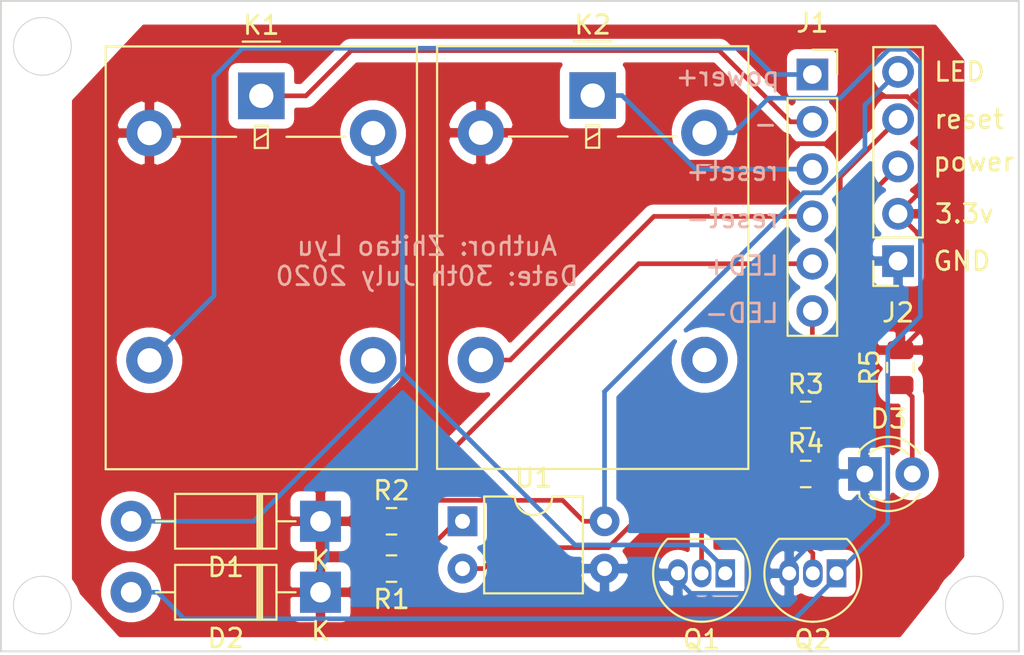
<source format=kicad_pcb>
(kicad_pcb (version 20171130) (host pcbnew 5.1.8-db9833491~87~ubuntu18.04.1)

  (general
    (thickness 1.6)
    (drawings 19)
    (tracks 152)
    (zones 0)
    (modules 15)
    (nets 20)
  )

  (page A4)
  (layers
    (0 F.Cu signal)
    (31 B.Cu signal)
    (32 B.Adhes user)
    (33 F.Adhes user)
    (34 B.Paste user)
    (35 F.Paste user)
    (36 B.SilkS user)
    (37 F.SilkS user)
    (38 B.Mask user)
    (39 F.Mask user)
    (40 Dwgs.User user)
    (41 Cmts.User user)
    (42 Eco1.User user)
    (43 Eco2.User user)
    (44 Edge.Cuts user)
    (45 Margin user)
    (46 B.CrtYd user)
    (47 F.CrtYd user)
    (48 B.Fab user)
    (49 F.Fab user)
  )

  (setup
    (last_trace_width 0.25)
    (trace_clearance 0.2)
    (zone_clearance 0.508)
    (zone_45_only no)
    (trace_min 0.2)
    (via_size 0.8)
    (via_drill 0.4)
    (via_min_size 0.4)
    (via_min_drill 0.3)
    (uvia_size 0.3)
    (uvia_drill 0.1)
    (uvias_allowed no)
    (uvia_min_size 0.2)
    (uvia_min_drill 0.1)
    (edge_width 0.05)
    (segment_width 0.2)
    (pcb_text_width 0.3)
    (pcb_text_size 1.5 1.5)
    (mod_edge_width 0.12)
    (mod_text_size 1 1)
    (mod_text_width 0.15)
    (pad_size 1.524 1.524)
    (pad_drill 0.762)
    (pad_to_mask_clearance 0.05)
    (aux_axis_origin 0 0)
    (grid_origin 119.126 86.36)
    (visible_elements FFFFFF7F)
    (pcbplotparams
      (layerselection 0x010fc_ffffffff)
      (usegerberextensions true)
      (usegerberattributes true)
      (usegerberadvancedattributes true)
      (creategerberjobfile true)
      (excludeedgelayer true)
      (linewidth 0.100000)
      (plotframeref false)
      (viasonmask false)
      (mode 1)
      (useauxorigin false)
      (hpglpennumber 1)
      (hpglpenspeed 20)
      (hpglpendiameter 15.000000)
      (psnegative false)
      (psa4output false)
      (plotreference true)
      (plotvalue true)
      (plotinvisibletext false)
      (padsonsilk false)
      (subtractmaskfromsilk false)
      (outputformat 1)
      (mirror false)
      (drillshape 0)
      (scaleselection 1)
      (outputdirectory "../../PCB/"))
  )

  (net 0 "")
  (net 1 "Net-(J1-Pad1)")
  (net 2 GND)
  (net 3 "Net-(R1-Pad1)")
  (net 4 "Net-(J1-Pad6)")
  (net 5 "Net-(J1-Pad5)")
  (net 6 "Net-(J1-Pad4)")
  (net 7 "Net-(J1-Pad3)")
  (net 8 "Net-(J1-Pad2)")
  (net 9 "Net-(J2-Pad5)")
  (net 10 "Net-(J2-Pad4)")
  (net 11 "Net-(J2-Pad3)")
  (net 12 VDC)
  (net 13 "Net-(K1-Pad4)")
  (net 14 "Net-(K2-Pad4)")
  (net 15 "Net-(Q1-Pad2)")
  (net 16 "Net-(Q2-Pad2)")
  (net 17 "Net-(D3-Pad2)")
  (net 18 "Net-(D1-Pad2)")
  (net 19 "Net-(D2-Pad2)")

  (net_class Default "This is the default net class."
    (clearance 0.2)
    (trace_width 0.25)
    (via_dia 0.8)
    (via_drill 0.4)
    (uvia_dia 0.3)
    (uvia_drill 0.1)
    (add_net GND)
    (add_net "Net-(D1-Pad2)")
    (add_net "Net-(D2-Pad2)")
    (add_net "Net-(D3-Pad2)")
    (add_net "Net-(J1-Pad1)")
    (add_net "Net-(J1-Pad2)")
    (add_net "Net-(J1-Pad3)")
    (add_net "Net-(J1-Pad4)")
    (add_net "Net-(J1-Pad5)")
    (add_net "Net-(J1-Pad6)")
    (add_net "Net-(J2-Pad3)")
    (add_net "Net-(J2-Pad4)")
    (add_net "Net-(J2-Pad5)")
    (add_net "Net-(K1-Pad4)")
    (add_net "Net-(K2-Pad4)")
    (add_net "Net-(Q1-Pad2)")
    (add_net "Net-(Q2-Pad2)")
    (add_net "Net-(R1-Pad1)")
    (add_net VDC)
  )

  (module Package_TO_SOT_THT:TO-92_Inline (layer F.Cu) (tedit 5A1DD157) (tstamp 5FC1BA6A)
    (at 162.687 81.534 180)
    (descr "TO-92 leads in-line, narrow, oval pads, drill 0.75mm (see NXP sot054_po.pdf)")
    (tags "to-92 sc-43 sc-43a sot54 PA33 transistor")
    (path /5FC5309C)
    (fp_text reference Q2 (at 1.27 -3.56) (layer F.SilkS)
      (effects (font (size 1 1) (thickness 0.15)))
    )
    (fp_text value S8550 (at -3.937 0) (layer F.Fab)
      (effects (font (size 1 1) (thickness 0.15)))
    )
    (fp_arc (start 1.27 0) (end 1.27 -2.6) (angle 135) (layer F.SilkS) (width 0.12))
    (fp_arc (start 1.27 0) (end 1.27 -2.48) (angle -135) (layer F.Fab) (width 0.1))
    (fp_arc (start 1.27 0) (end 1.27 -2.6) (angle -135) (layer F.SilkS) (width 0.12))
    (fp_arc (start 1.27 0) (end 1.27 -2.48) (angle 135) (layer F.Fab) (width 0.1))
    (fp_text user %R (at 1.27 0) (layer F.Fab)
      (effects (font (size 1 1) (thickness 0.15)))
    )
    (fp_line (start -0.53 1.85) (end 3.07 1.85) (layer F.SilkS) (width 0.12))
    (fp_line (start -0.5 1.75) (end 3 1.75) (layer F.Fab) (width 0.1))
    (fp_line (start -1.46 -2.73) (end 4 -2.73) (layer F.CrtYd) (width 0.05))
    (fp_line (start -1.46 -2.73) (end -1.46 2.01) (layer F.CrtYd) (width 0.05))
    (fp_line (start 4 2.01) (end 4 -2.73) (layer F.CrtYd) (width 0.05))
    (fp_line (start 4 2.01) (end -1.46 2.01) (layer F.CrtYd) (width 0.05))
    (pad 1 thru_hole rect (at 0 0 180) (size 1.05 1.5) (drill 0.75) (layers *.Cu *.Mask)
      (net 19 "Net-(D2-Pad2)"))
    (pad 3 thru_hole oval (at 2.54 0 180) (size 1.05 1.5) (drill 0.75) (layers *.Cu *.Mask)
      (net 2 GND))
    (pad 2 thru_hole oval (at 1.27 0 180) (size 1.05 1.5) (drill 0.75) (layers *.Cu *.Mask)
      (net 16 "Net-(Q2-Pad2)"))
    (model ${KISYS3DMOD}/Package_TO_SOT_THT.3dshapes/TO-92_Inline.wrl
      (at (xyz 0 0 0))
      (scale (xyz 1 1 1))
      (rotate (xyz 0 0 0))
    )
  )

  (module Package_TO_SOT_THT:TO-92_Inline (layer F.Cu) (tedit 5A1DD157) (tstamp 5FC1BA58)
    (at 156.718 81.534 180)
    (descr "TO-92 leads in-line, narrow, oval pads, drill 0.75mm (see NXP sot054_po.pdf)")
    (tags "to-92 sc-43 sc-43a sot54 PA33 transistor")
    (path /5FC4F901)
    (fp_text reference Q1 (at 1.27 -3.56) (layer F.SilkS)
      (effects (font (size 1 1) (thickness 0.15)))
    )
    (fp_text value S8550 (at 1.27 2.79) (layer F.Fab)
      (effects (font (size 1 1) (thickness 0.15)))
    )
    (fp_arc (start 1.27 0) (end 1.27 -2.6) (angle 135) (layer F.SilkS) (width 0.12))
    (fp_arc (start 1.27 0) (end 1.27 -2.48) (angle -135) (layer F.Fab) (width 0.1))
    (fp_arc (start 1.27 0) (end 1.27 -2.6) (angle -135) (layer F.SilkS) (width 0.12))
    (fp_arc (start 1.27 0) (end 1.27 -2.48) (angle 135) (layer F.Fab) (width 0.1))
    (fp_text user %R (at 1.27 0) (layer F.Fab)
      (effects (font (size 1 1) (thickness 0.15)))
    )
    (fp_line (start -0.53 1.85) (end 3.07 1.85) (layer F.SilkS) (width 0.12))
    (fp_line (start -0.5 1.75) (end 3 1.75) (layer F.Fab) (width 0.1))
    (fp_line (start -1.46 -2.73) (end 4 -2.73) (layer F.CrtYd) (width 0.05))
    (fp_line (start -1.46 -2.73) (end -1.46 2.01) (layer F.CrtYd) (width 0.05))
    (fp_line (start 4 2.01) (end 4 -2.73) (layer F.CrtYd) (width 0.05))
    (fp_line (start 4 2.01) (end -1.46 2.01) (layer F.CrtYd) (width 0.05))
    (pad 1 thru_hole rect (at 0 0 180) (size 1.05 1.5) (drill 0.75) (layers *.Cu *.Mask)
      (net 18 "Net-(D1-Pad2)"))
    (pad 3 thru_hole oval (at 2.54 0 180) (size 1.05 1.5) (drill 0.75) (layers *.Cu *.Mask)
      (net 2 GND))
    (pad 2 thru_hole oval (at 1.27 0 180) (size 1.05 1.5) (drill 0.75) (layers *.Cu *.Mask)
      (net 15 "Net-(Q1-Pad2)"))
    (model ${KISYS3DMOD}/Package_TO_SOT_THT.3dshapes/TO-92_Inline.wrl
      (at (xyz 0 0 0))
      (scale (xyz 1 1 1))
      (rotate (xyz 0 0 0))
    )
  )

  (module Package_DIP:DIP-4_W7.62mm (layer F.Cu) (tedit 5A02E8C5) (tstamp 5F23C887)
    (at 142.621 78.74)
    (descr "4-lead though-hole mounted DIP package, row spacing 7.62 mm (300 mils)")
    (tags "THT DIP DIL PDIP 2.54mm 7.62mm 300mil")
    (path /5F232AA7)
    (fp_text reference U1 (at 3.81 -2.33) (layer F.SilkS)
      (effects (font (size 1 1) (thickness 0.15)))
    )
    (fp_text value PC817 (at 3.81 4.87) (layer F.Fab)
      (effects (font (size 1 1) (thickness 0.15)))
    )
    (fp_line (start 1.635 -1.27) (end 6.985 -1.27) (layer F.Fab) (width 0.1))
    (fp_line (start 6.985 -1.27) (end 6.985 3.81) (layer F.Fab) (width 0.1))
    (fp_line (start 6.985 3.81) (end 0.635 3.81) (layer F.Fab) (width 0.1))
    (fp_line (start 0.635 3.81) (end 0.635 -0.27) (layer F.Fab) (width 0.1))
    (fp_line (start 0.635 -0.27) (end 1.635 -1.27) (layer F.Fab) (width 0.1))
    (fp_line (start 2.81 -1.33) (end 1.16 -1.33) (layer F.SilkS) (width 0.12))
    (fp_line (start 1.16 -1.33) (end 1.16 3.87) (layer F.SilkS) (width 0.12))
    (fp_line (start 1.16 3.87) (end 6.46 3.87) (layer F.SilkS) (width 0.12))
    (fp_line (start 6.46 3.87) (end 6.46 -1.33) (layer F.SilkS) (width 0.12))
    (fp_line (start 6.46 -1.33) (end 4.81 -1.33) (layer F.SilkS) (width 0.12))
    (fp_line (start -1.1 -1.55) (end -1.1 4.1) (layer F.CrtYd) (width 0.05))
    (fp_line (start -1.1 4.1) (end 8.7 4.1) (layer F.CrtYd) (width 0.05))
    (fp_line (start 8.7 4.1) (end 8.7 -1.55) (layer F.CrtYd) (width 0.05))
    (fp_line (start 8.7 -1.55) (end -1.1 -1.55) (layer F.CrtYd) (width 0.05))
    (fp_text user %R (at 3.81 1.27) (layer F.Fab)
      (effects (font (size 1 1) (thickness 0.15)))
    )
    (fp_arc (start 3.81 -1.33) (end 2.81 -1.33) (angle -180) (layer F.SilkS) (width 0.12))
    (pad 4 thru_hole oval (at 7.62 0) (size 1.6 1.6) (drill 0.8) (layers *.Cu *.Mask)
      (net 9 "Net-(J2-Pad5)"))
    (pad 2 thru_hole oval (at 0 2.54) (size 1.6 1.6) (drill 0.8) (layers *.Cu *.Mask)
      (net 4 "Net-(J1-Pad6)"))
    (pad 3 thru_hole oval (at 7.62 2.54) (size 1.6 1.6) (drill 0.8) (layers *.Cu *.Mask)
      (net 2 GND))
    (pad 1 thru_hole rect (at 0 0) (size 1.6 1.6) (drill 0.8) (layers *.Cu *.Mask)
      (net 3 "Net-(R1-Pad1)"))
    (model ${KISYS3DMOD}/Package_DIP.3dshapes/DIP-4_W7.62mm.wrl
      (at (xyz 0 0 0))
      (scale (xyz 1 1 1))
      (rotate (xyz 0 0 0))
    )
  )

  (module Resistor_SMD:R_0805_2012Metric (layer F.Cu) (tedit 5B36C52B) (tstamp 5F23D8B5)
    (at 166.116 70.485 90)
    (descr "Resistor SMD 0805 (2012 Metric), square (rectangular) end terminal, IPC_7351 nominal, (Body size source: https://docs.google.com/spreadsheets/d/1BsfQQcO9C6DZCsRaXUlFlo91Tg2WpOkGARC1WS5S8t0/edit?usp=sharing), generated with kicad-footprint-generator")
    (tags resistor)
    (path /5F26076A)
    (attr smd)
    (fp_text reference R5 (at 0 -1.65 90) (layer F.SilkS)
      (effects (font (size 1 1) (thickness 0.15)))
    )
    (fp_text value 1k (at 0 1.65 90) (layer F.Fab)
      (effects (font (size 1 1) (thickness 0.15)))
    )
    (fp_line (start -1 0.6) (end -1 -0.6) (layer F.Fab) (width 0.1))
    (fp_line (start -1 -0.6) (end 1 -0.6) (layer F.Fab) (width 0.1))
    (fp_line (start 1 -0.6) (end 1 0.6) (layer F.Fab) (width 0.1))
    (fp_line (start 1 0.6) (end -1 0.6) (layer F.Fab) (width 0.1))
    (fp_line (start -0.258578 -0.71) (end 0.258578 -0.71) (layer F.SilkS) (width 0.12))
    (fp_line (start -0.258578 0.71) (end 0.258578 0.71) (layer F.SilkS) (width 0.12))
    (fp_line (start -1.68 0.95) (end -1.68 -0.95) (layer F.CrtYd) (width 0.05))
    (fp_line (start -1.68 -0.95) (end 1.68 -0.95) (layer F.CrtYd) (width 0.05))
    (fp_line (start 1.68 -0.95) (end 1.68 0.95) (layer F.CrtYd) (width 0.05))
    (fp_line (start 1.68 0.95) (end -1.68 0.95) (layer F.CrtYd) (width 0.05))
    (fp_text user %R (at 0 0 90) (layer F.Fab)
      (effects (font (size 0.5 0.5) (thickness 0.08)))
    )
    (pad 2 smd roundrect (at 0.9375 0 90) (size 0.975 1.4) (layers F.Cu F.Paste F.Mask) (roundrect_rratio 0.25)
      (net 12 VDC))
    (pad 1 smd roundrect (at -0.9375 0 90) (size 0.975 1.4) (layers F.Cu F.Paste F.Mask) (roundrect_rratio 0.25)
      (net 17 "Net-(D3-Pad2)"))
    (model ${KISYS3DMOD}/Resistor_SMD.3dshapes/R_0805_2012Metric.wrl
      (at (xyz 0 0 0))
      (scale (xyz 1 1 1))
      (rotate (xyz 0 0 0))
    )
  )

  (module Resistor_SMD:R_0805_2012Metric (layer F.Cu) (tedit 5B36C52B) (tstamp 5F23C85E)
    (at 161.036 76.2)
    (descr "Resistor SMD 0805 (2012 Metric), square (rectangular) end terminal, IPC_7351 nominal, (Body size source: https://docs.google.com/spreadsheets/d/1BsfQQcO9C6DZCsRaXUlFlo91Tg2WpOkGARC1WS5S8t0/edit?usp=sharing), generated with kicad-footprint-generator")
    (tags resistor)
    (path /5F23C70E)
    (attr smd)
    (fp_text reference R4 (at 0 -1.65) (layer F.SilkS)
      (effects (font (size 1 1) (thickness 0.15)))
    )
    (fp_text value 200 (at 0 1.65) (layer F.Fab)
      (effects (font (size 1 1) (thickness 0.15)))
    )
    (fp_line (start -1 0.6) (end -1 -0.6) (layer F.Fab) (width 0.1))
    (fp_line (start -1 -0.6) (end 1 -0.6) (layer F.Fab) (width 0.1))
    (fp_line (start 1 -0.6) (end 1 0.6) (layer F.Fab) (width 0.1))
    (fp_line (start 1 0.6) (end -1 0.6) (layer F.Fab) (width 0.1))
    (fp_line (start -0.258578 -0.71) (end 0.258578 -0.71) (layer F.SilkS) (width 0.12))
    (fp_line (start -0.258578 0.71) (end 0.258578 0.71) (layer F.SilkS) (width 0.12))
    (fp_line (start -1.68 0.95) (end -1.68 -0.95) (layer F.CrtYd) (width 0.05))
    (fp_line (start -1.68 -0.95) (end 1.68 -0.95) (layer F.CrtYd) (width 0.05))
    (fp_line (start 1.68 -0.95) (end 1.68 0.95) (layer F.CrtYd) (width 0.05))
    (fp_line (start 1.68 0.95) (end -1.68 0.95) (layer F.CrtYd) (width 0.05))
    (fp_text user %R (at 0 0) (layer F.Fab)
      (effects (font (size 0.5 0.5) (thickness 0.08)))
    )
    (pad 2 smd roundrect (at 0.9375 0) (size 0.975 1.4) (layers F.Cu F.Paste F.Mask) (roundrect_rratio 0.25)
      (net 11 "Net-(J2-Pad3)"))
    (pad 1 smd roundrect (at -0.9375 0) (size 0.975 1.4) (layers F.Cu F.Paste F.Mask) (roundrect_rratio 0.25)
      (net 15 "Net-(Q1-Pad2)"))
    (model ${KISYS3DMOD}/Resistor_SMD.3dshapes/R_0805_2012Metric.wrl
      (at (xyz 0 0 0))
      (scale (xyz 1 1 1))
      (rotate (xyz 0 0 0))
    )
  )

  (module Resistor_SMD:R_0805_2012Metric (layer F.Cu) (tedit 5B36C52B) (tstamp 5F23C84D)
    (at 161.036 73.025)
    (descr "Resistor SMD 0805 (2012 Metric), square (rectangular) end terminal, IPC_7351 nominal, (Body size source: https://docs.google.com/spreadsheets/d/1BsfQQcO9C6DZCsRaXUlFlo91Tg2WpOkGARC1WS5S8t0/edit?usp=sharing), generated with kicad-footprint-generator")
    (tags resistor)
    (path /5F23AF09)
    (attr smd)
    (fp_text reference R3 (at 0 -1.65) (layer F.SilkS)
      (effects (font (size 1 1) (thickness 0.15)))
    )
    (fp_text value 200 (at 0 1.65) (layer F.Fab)
      (effects (font (size 1 1) (thickness 0.15)))
    )
    (fp_line (start -1 0.6) (end -1 -0.6) (layer F.Fab) (width 0.1))
    (fp_line (start -1 -0.6) (end 1 -0.6) (layer F.Fab) (width 0.1))
    (fp_line (start 1 -0.6) (end 1 0.6) (layer F.Fab) (width 0.1))
    (fp_line (start 1 0.6) (end -1 0.6) (layer F.Fab) (width 0.1))
    (fp_line (start -0.258578 -0.71) (end 0.258578 -0.71) (layer F.SilkS) (width 0.12))
    (fp_line (start -0.258578 0.71) (end 0.258578 0.71) (layer F.SilkS) (width 0.12))
    (fp_line (start -1.68 0.95) (end -1.68 -0.95) (layer F.CrtYd) (width 0.05))
    (fp_line (start -1.68 -0.95) (end 1.68 -0.95) (layer F.CrtYd) (width 0.05))
    (fp_line (start 1.68 -0.95) (end 1.68 0.95) (layer F.CrtYd) (width 0.05))
    (fp_line (start 1.68 0.95) (end -1.68 0.95) (layer F.CrtYd) (width 0.05))
    (fp_text user %R (at 0 0) (layer F.Fab)
      (effects (font (size 0.5 0.5) (thickness 0.08)))
    )
    (pad 2 smd roundrect (at 0.9375 0) (size 0.975 1.4) (layers F.Cu F.Paste F.Mask) (roundrect_rratio 0.25)
      (net 10 "Net-(J2-Pad4)"))
    (pad 1 smd roundrect (at -0.9375 0) (size 0.975 1.4) (layers F.Cu F.Paste F.Mask) (roundrect_rratio 0.25)
      (net 16 "Net-(Q2-Pad2)"))
    (model ${KISYS3DMOD}/Resistor_SMD.3dshapes/R_0805_2012Metric.wrl
      (at (xyz 0 0 0))
      (scale (xyz 1 1 1))
      (rotate (xyz 0 0 0))
    )
  )

  (module Resistor_SMD:R_0805_2012Metric (layer F.Cu) (tedit 5B36C52B) (tstamp 5F23E851)
    (at 138.811 78.74)
    (descr "Resistor SMD 0805 (2012 Metric), square (rectangular) end terminal, IPC_7351 nominal, (Body size source: https://docs.google.com/spreadsheets/d/1BsfQQcO9C6DZCsRaXUlFlo91Tg2WpOkGARC1WS5S8t0/edit?usp=sharing), generated with kicad-footprint-generator")
    (tags resistor)
    (path /5F23FEC5)
    (attr smd)
    (fp_text reference R2 (at 0 -1.65) (layer F.SilkS)
      (effects (font (size 1 1) (thickness 0.15)))
    )
    (fp_text value 5k1 (at 0 1.65) (layer F.Fab)
      (effects (font (size 1 1) (thickness 0.15)))
    )
    (fp_line (start -1 0.6) (end -1 -0.6) (layer F.Fab) (width 0.1))
    (fp_line (start -1 -0.6) (end 1 -0.6) (layer F.Fab) (width 0.1))
    (fp_line (start 1 -0.6) (end 1 0.6) (layer F.Fab) (width 0.1))
    (fp_line (start 1 0.6) (end -1 0.6) (layer F.Fab) (width 0.1))
    (fp_line (start -0.258578 -0.71) (end 0.258578 -0.71) (layer F.SilkS) (width 0.12))
    (fp_line (start -0.258578 0.71) (end 0.258578 0.71) (layer F.SilkS) (width 0.12))
    (fp_line (start -1.68 0.95) (end -1.68 -0.95) (layer F.CrtYd) (width 0.05))
    (fp_line (start -1.68 -0.95) (end 1.68 -0.95) (layer F.CrtYd) (width 0.05))
    (fp_line (start 1.68 -0.95) (end 1.68 0.95) (layer F.CrtYd) (width 0.05))
    (fp_line (start 1.68 0.95) (end -1.68 0.95) (layer F.CrtYd) (width 0.05))
    (fp_text user %R (at 0 0) (layer F.Fab)
      (effects (font (size 0.5 0.5) (thickness 0.08)))
    )
    (pad 2 smd roundrect (at 0.9375 0) (size 0.975 1.4) (layers F.Cu F.Paste F.Mask) (roundrect_rratio 0.25)
      (net 9 "Net-(J2-Pad5)"))
    (pad 1 smd roundrect (at -0.9375 0) (size 0.975 1.4) (layers F.Cu F.Paste F.Mask) (roundrect_rratio 0.25)
      (net 12 VDC))
    (model ${KISYS3DMOD}/Resistor_SMD.3dshapes/R_0805_2012Metric.wrl
      (at (xyz 0 0 0))
      (scale (xyz 1 1 1))
      (rotate (xyz 0 0 0))
    )
  )

  (module Resistor_SMD:R_0805_2012Metric (layer F.Cu) (tedit 5B36C52B) (tstamp 5F23E821)
    (at 138.811 81.28 180)
    (descr "Resistor SMD 0805 (2012 Metric), square (rectangular) end terminal, IPC_7351 nominal, (Body size source: https://docs.google.com/spreadsheets/d/1BsfQQcO9C6DZCsRaXUlFlo91Tg2WpOkGARC1WS5S8t0/edit?usp=sharing), generated with kicad-footprint-generator")
    (tags resistor)
    (path /5F237344)
    (attr smd)
    (fp_text reference R1 (at 0 -1.65) (layer F.SilkS)
      (effects (font (size 1 1) (thickness 0.15)))
    )
    (fp_text value 510 (at 0 1.65) (layer F.Fab)
      (effects (font (size 1 1) (thickness 0.15)))
    )
    (fp_line (start -1 0.6) (end -1 -0.6) (layer F.Fab) (width 0.1))
    (fp_line (start -1 -0.6) (end 1 -0.6) (layer F.Fab) (width 0.1))
    (fp_line (start 1 -0.6) (end 1 0.6) (layer F.Fab) (width 0.1))
    (fp_line (start 1 0.6) (end -1 0.6) (layer F.Fab) (width 0.1))
    (fp_line (start -0.258578 -0.71) (end 0.258578 -0.71) (layer F.SilkS) (width 0.12))
    (fp_line (start -0.258578 0.71) (end 0.258578 0.71) (layer F.SilkS) (width 0.12))
    (fp_line (start -1.68 0.95) (end -1.68 -0.95) (layer F.CrtYd) (width 0.05))
    (fp_line (start -1.68 -0.95) (end 1.68 -0.95) (layer F.CrtYd) (width 0.05))
    (fp_line (start 1.68 -0.95) (end 1.68 0.95) (layer F.CrtYd) (width 0.05))
    (fp_line (start 1.68 0.95) (end -1.68 0.95) (layer F.CrtYd) (width 0.05))
    (fp_text user %R (at 0 0) (layer F.Fab)
      (effects (font (size 0.5 0.5) (thickness 0.08)))
    )
    (pad 2 smd roundrect (at 0.9375 0 180) (size 0.975 1.4) (layers F.Cu F.Paste F.Mask) (roundrect_rratio 0.25)
      (net 5 "Net-(J1-Pad5)"))
    (pad 1 smd roundrect (at -0.9375 0 180) (size 0.975 1.4) (layers F.Cu F.Paste F.Mask) (roundrect_rratio 0.25)
      (net 3 "Net-(R1-Pad1)"))
    (model ${KISYS3DMOD}/Resistor_SMD.3dshapes/R_0805_2012Metric.wrl
      (at (xyz 0 0 0))
      (scale (xyz 1 1 1))
      (rotate (xyz 0 0 0))
    )
  )

  (module Relay_THT:Relay_SPDT_Omron-G5LE-1 (layer F.Cu) (tedit 5AE38B37) (tstamp 5F23C7F6)
    (at 149.606 55.88)
    (descr "Omron Relay SPDT, http://www.omron.com/ecb/products/pdf/en-g5le.pdf")
    (tags "Omron Relay SPDT")
    (path /5F2AB8B7)
    (fp_text reference K2 (at 0 -3.8) (layer F.SilkS)
      (effects (font (size 1 1) (thickness 0.15)))
    )
    (fp_text value G5LE-1 (at 0 20.95) (layer F.Fab)
      (effects (font (size 1 1) (thickness 0.15)))
    )
    (fp_line (start 0 -1.55) (end 1 -2.55) (layer F.Fab) (width 0.1))
    (fp_line (start 1 -2.55) (end 8.25 -2.55) (layer F.Fab) (width 0.1))
    (fp_line (start 8.25 -2.55) (end 8.25 19.95) (layer F.Fab) (width 0.1))
    (fp_line (start 8.25 19.95) (end -8.25 19.95) (layer F.Fab) (width 0.1))
    (fp_line (start -8.25 19.95) (end -8.25 -2.55) (layer F.Fab) (width 0.1))
    (fp_line (start -8.25 -2.55) (end -1 -2.55) (layer F.Fab) (width 0.1))
    (fp_line (start -1 -2.55) (end 0 -1.55) (layer F.Fab) (width 0.1))
    (fp_line (start -4.5 2) (end 4.5 2) (layer F.Fab) (width 0.1))
    (fp_line (start 8.35 20.05) (end 8.35 -2.65) (layer F.SilkS) (width 0.12))
    (fp_line (start 8.35 -2.65) (end -8.35 -2.65) (layer F.SilkS) (width 0.12))
    (fp_line (start -8.35 -2.65) (end -8.35 20.05) (layer F.SilkS) (width 0.12))
    (fp_line (start -8.35 20.05) (end 8.35 20.05) (layer F.SilkS) (width 0.12))
    (fp_line (start -0.35 2.4) (end 0.35 2) (layer F.SilkS) (width 0.12))
    (fp_line (start 0.35 2.8) (end 0.35 1.6) (layer F.SilkS) (width 0.12))
    (fp_line (start 0.35 1.6) (end -0.35 1.6) (layer F.SilkS) (width 0.12))
    (fp_line (start -0.35 1.6) (end -0.35 2.8) (layer F.SilkS) (width 0.12))
    (fp_line (start -0.35 2.8) (end 0.35 2.8) (layer F.SilkS) (width 0.12))
    (fp_line (start -1 -2.91) (end 1 -2.91) (layer F.SilkS) (width 0.12))
    (fp_line (start -4.5 2.2) (end -1.35 2.2) (layer F.SilkS) (width 0.12))
    (fp_line (start 1.35 2.2) (end 4.5 2.2) (layer F.SilkS) (width 0.12))
    (fp_line (start 8.5 20.2) (end 8.5 -2.8) (layer F.CrtYd) (width 0.05))
    (fp_line (start 8.5 -2.8) (end -8.5 -2.8) (layer F.CrtYd) (width 0.05))
    (fp_line (start -8.5 -2.8) (end -8.5 20.2) (layer F.CrtYd) (width 0.05))
    (fp_line (start -8.5 20.2) (end 8.5 20.2) (layer F.CrtYd) (width 0.05))
    (fp_text user %R (at 0 8.7) (layer F.Fab)
      (effects (font (size 1 1) (thickness 0.15)))
    )
    (pad 5 thru_hole oval (at 6 2) (size 2.5 2.5) (drill 1.3) (layers *.Cu *.Mask)
      (net 19 "Net-(D2-Pad2)"))
    (pad 4 thru_hole oval (at 6 14.2) (size 2.5 2.5) (drill 1.3) (layers *.Cu *.Mask)
      (net 14 "Net-(K2-Pad4)"))
    (pad 3 thru_hole oval (at -6 14.2) (size 2.5 2.5) (drill 1.3) (layers *.Cu *.Mask)
      (net 6 "Net-(J1-Pad4)"))
    (pad 2 thru_hole oval (at -6 2) (size 2.5 2.5) (drill 1.3) (layers *.Cu *.Mask)
      (net 12 VDC))
    (pad 1 thru_hole rect (at 0 0) (size 2.5 2.5) (drill 1.3) (layers *.Cu *.Mask)
      (net 7 "Net-(J1-Pad3)"))
    (model ${KISYS3DMOD}/Relay_THT.3dshapes/Relay_SPDT_Omron-G5LE-1.wrl
      (at (xyz 0 0 0))
      (scale (xyz 1 1 1))
      (rotate (xyz 0 0 0))
    )
  )

  (module Relay_THT:Relay_SPDT_Omron-G5LE-1 (layer F.Cu) (tedit 5AE38B37) (tstamp 5F23C7D4)
    (at 131.826 55.895)
    (descr "Omron Relay SPDT, http://www.omron.com/ecb/products/pdf/en-g5le.pdf")
    (tags "Omron Relay SPDT")
    (path /5F2AA346)
    (fp_text reference K1 (at 0 -3.8) (layer F.SilkS)
      (effects (font (size 1 1) (thickness 0.15)))
    )
    (fp_text value G5LE-1 (at 0 20.95) (layer F.Fab)
      (effects (font (size 1 1) (thickness 0.15)))
    )
    (fp_line (start 0 -1.55) (end 1 -2.55) (layer F.Fab) (width 0.1))
    (fp_line (start 1 -2.55) (end 8.25 -2.55) (layer F.Fab) (width 0.1))
    (fp_line (start 8.25 -2.55) (end 8.25 19.95) (layer F.Fab) (width 0.1))
    (fp_line (start 8.25 19.95) (end -8.25 19.95) (layer F.Fab) (width 0.1))
    (fp_line (start -8.25 19.95) (end -8.25 -2.55) (layer F.Fab) (width 0.1))
    (fp_line (start -8.25 -2.55) (end -1 -2.55) (layer F.Fab) (width 0.1))
    (fp_line (start -1 -2.55) (end 0 -1.55) (layer F.Fab) (width 0.1))
    (fp_line (start -4.5 2) (end 4.5 2) (layer F.Fab) (width 0.1))
    (fp_line (start 8.35 20.05) (end 8.35 -2.65) (layer F.SilkS) (width 0.12))
    (fp_line (start 8.35 -2.65) (end -8.35 -2.65) (layer F.SilkS) (width 0.12))
    (fp_line (start -8.35 -2.65) (end -8.35 20.05) (layer F.SilkS) (width 0.12))
    (fp_line (start -8.35 20.05) (end 8.35 20.05) (layer F.SilkS) (width 0.12))
    (fp_line (start -0.35 2.4) (end 0.35 2) (layer F.SilkS) (width 0.12))
    (fp_line (start 0.35 2.8) (end 0.35 1.6) (layer F.SilkS) (width 0.12))
    (fp_line (start 0.35 1.6) (end -0.35 1.6) (layer F.SilkS) (width 0.12))
    (fp_line (start -0.35 1.6) (end -0.35 2.8) (layer F.SilkS) (width 0.12))
    (fp_line (start -0.35 2.8) (end 0.35 2.8) (layer F.SilkS) (width 0.12))
    (fp_line (start -1 -2.91) (end 1 -2.91) (layer F.SilkS) (width 0.12))
    (fp_line (start -4.5 2.2) (end -1.35 2.2) (layer F.SilkS) (width 0.12))
    (fp_line (start 1.35 2.2) (end 4.5 2.2) (layer F.SilkS) (width 0.12))
    (fp_line (start 8.5 20.2) (end 8.5 -2.8) (layer F.CrtYd) (width 0.05))
    (fp_line (start 8.5 -2.8) (end -8.5 -2.8) (layer F.CrtYd) (width 0.05))
    (fp_line (start -8.5 -2.8) (end -8.5 20.2) (layer F.CrtYd) (width 0.05))
    (fp_line (start -8.5 20.2) (end 8.5 20.2) (layer F.CrtYd) (width 0.05))
    (fp_text user %R (at 0 8.7) (layer F.Fab)
      (effects (font (size 1 1) (thickness 0.15)))
    )
    (pad 5 thru_hole oval (at 6 2) (size 2.5 2.5) (drill 1.3) (layers *.Cu *.Mask)
      (net 18 "Net-(D1-Pad2)"))
    (pad 4 thru_hole oval (at 6 14.2) (size 2.5 2.5) (drill 1.3) (layers *.Cu *.Mask)
      (net 13 "Net-(K1-Pad4)"))
    (pad 3 thru_hole oval (at -6 14.2) (size 2.5 2.5) (drill 1.3) (layers *.Cu *.Mask)
      (net 1 "Net-(J1-Pad1)"))
    (pad 2 thru_hole oval (at -6 2) (size 2.5 2.5) (drill 1.3) (layers *.Cu *.Mask)
      (net 12 VDC))
    (pad 1 thru_hole rect (at 0 0) (size 2.5 2.5) (drill 1.3) (layers *.Cu *.Mask)
      (net 8 "Net-(J1-Pad2)"))
    (model ${KISYS3DMOD}/Relay_THT.3dshapes/Relay_SPDT_Omron-G5LE-1.wrl
      (at (xyz 0 0 0))
      (scale (xyz 1 1 1))
      (rotate (xyz 0 0 0))
    )
  )

  (module Connector_PinSocket_2.54mm:PinSocket_1x05_P2.54mm_Vertical (layer F.Cu) (tedit 5A19A420) (tstamp 5F23D7D4)
    (at 165.991 64.77 180)
    (descr "Through hole straight socket strip, 1x05, 2.54mm pitch, single row (from Kicad 4.0.7), script generated")
    (tags "Through hole socket strip THT 1x05 2.54mm single row")
    (path /5F28DB9D)
    (fp_text reference J2 (at 0 -2.77) (layer F.SilkS)
      (effects (font (size 1 1) (thickness 0.15)))
    )
    (fp_text value Conn_01x05_Male (at 0 12.93) (layer F.Fab)
      (effects (font (size 1 1) (thickness 0.15)))
    )
    (fp_line (start -1.27 -1.27) (end 0.635 -1.27) (layer F.Fab) (width 0.1))
    (fp_line (start 0.635 -1.27) (end 1.27 -0.635) (layer F.Fab) (width 0.1))
    (fp_line (start 1.27 -0.635) (end 1.27 11.43) (layer F.Fab) (width 0.1))
    (fp_line (start 1.27 11.43) (end -1.27 11.43) (layer F.Fab) (width 0.1))
    (fp_line (start -1.27 11.43) (end -1.27 -1.27) (layer F.Fab) (width 0.1))
    (fp_line (start -1.33 1.27) (end 1.33 1.27) (layer F.SilkS) (width 0.12))
    (fp_line (start -1.33 1.27) (end -1.33 11.49) (layer F.SilkS) (width 0.12))
    (fp_line (start -1.33 11.49) (end 1.33 11.49) (layer F.SilkS) (width 0.12))
    (fp_line (start 1.33 1.27) (end 1.33 11.49) (layer F.SilkS) (width 0.12))
    (fp_line (start 1.33 -1.33) (end 1.33 0) (layer F.SilkS) (width 0.12))
    (fp_line (start 0 -1.33) (end 1.33 -1.33) (layer F.SilkS) (width 0.12))
    (fp_line (start -1.8 -1.8) (end 1.75 -1.8) (layer F.CrtYd) (width 0.05))
    (fp_line (start 1.75 -1.8) (end 1.75 11.9) (layer F.CrtYd) (width 0.05))
    (fp_line (start 1.75 11.9) (end -1.8 11.9) (layer F.CrtYd) (width 0.05))
    (fp_line (start -1.8 11.9) (end -1.8 -1.8) (layer F.CrtYd) (width 0.05))
    (fp_text user %R (at 0 5.08 90) (layer F.Fab)
      (effects (font (size 1 1) (thickness 0.15)))
    )
    (pad 5 thru_hole oval (at 0 10.16 180) (size 1.7 1.7) (drill 1) (layers *.Cu *.Mask)
      (net 9 "Net-(J2-Pad5)"))
    (pad 4 thru_hole oval (at 0 7.62 180) (size 1.7 1.7) (drill 1) (layers *.Cu *.Mask)
      (net 10 "Net-(J2-Pad4)"))
    (pad 3 thru_hole oval (at 0 5.08 180) (size 1.7 1.7) (drill 1) (layers *.Cu *.Mask)
      (net 11 "Net-(J2-Pad3)"))
    (pad 2 thru_hole oval (at 0 2.54 180) (size 1.7 1.7) (drill 1) (layers *.Cu *.Mask)
      (net 12 VDC))
    (pad 1 thru_hole rect (at 0 0 180) (size 1.7 1.7) (drill 1) (layers *.Cu *.Mask)
      (net 2 GND))
    (model ${KISYS3DMOD}/Connector_PinSocket_2.54mm.3dshapes/PinSocket_1x05_P2.54mm_Vertical.wrl
      (at (xyz 0 0 0))
      (scale (xyz 1 1 1))
      (rotate (xyz 0 0 0))
    )
  )

  (module Connector_PinSocket_2.54mm:PinSocket_1x06_P2.54mm_Vertical (layer F.Cu) (tedit 5A19A430) (tstamp 5F23D759)
    (at 161.391 54.75)
    (descr "Through hole straight socket strip, 1x06, 2.54mm pitch, single row (from Kicad 4.0.7), script generated")
    (tags "Through hole socket strip THT 1x06 2.54mm single row")
    (path /5F253A82)
    (fp_text reference J1 (at 0 -2.77) (layer F.SilkS)
      (effects (font (size 1 1) (thickness 0.15)))
    )
    (fp_text value Conn_01x06_Male (at 0 15.47) (layer F.Fab)
      (effects (font (size 1 1) (thickness 0.15)))
    )
    (fp_line (start -1.27 -1.27) (end 0.635 -1.27) (layer F.Fab) (width 0.1))
    (fp_line (start 0.635 -1.27) (end 1.27 -0.635) (layer F.Fab) (width 0.1))
    (fp_line (start 1.27 -0.635) (end 1.27 13.97) (layer F.Fab) (width 0.1))
    (fp_line (start 1.27 13.97) (end -1.27 13.97) (layer F.Fab) (width 0.1))
    (fp_line (start -1.27 13.97) (end -1.27 -1.27) (layer F.Fab) (width 0.1))
    (fp_line (start -1.33 1.27) (end 1.33 1.27) (layer F.SilkS) (width 0.12))
    (fp_line (start -1.33 1.27) (end -1.33 14.03) (layer F.SilkS) (width 0.12))
    (fp_line (start -1.33 14.03) (end 1.33 14.03) (layer F.SilkS) (width 0.12))
    (fp_line (start 1.33 1.27) (end 1.33 14.03) (layer F.SilkS) (width 0.12))
    (fp_line (start 1.33 -1.33) (end 1.33 0) (layer F.SilkS) (width 0.12))
    (fp_line (start 0 -1.33) (end 1.33 -1.33) (layer F.SilkS) (width 0.12))
    (fp_line (start -1.8 -1.8) (end 1.75 -1.8) (layer F.CrtYd) (width 0.05))
    (fp_line (start 1.75 -1.8) (end 1.75 14.45) (layer F.CrtYd) (width 0.05))
    (fp_line (start 1.75 14.45) (end -1.8 14.45) (layer F.CrtYd) (width 0.05))
    (fp_line (start -1.8 14.45) (end -1.8 -1.8) (layer F.CrtYd) (width 0.05))
    (fp_text user %R (at 0 6.35 90) (layer F.Fab)
      (effects (font (size 1 1) (thickness 0.15)))
    )
    (pad 6 thru_hole oval (at 0 12.7) (size 1.7 1.7) (drill 1) (layers *.Cu *.Mask)
      (net 4 "Net-(J1-Pad6)"))
    (pad 5 thru_hole oval (at 0 10.16) (size 1.7 1.7) (drill 1) (layers *.Cu *.Mask)
      (net 5 "Net-(J1-Pad5)"))
    (pad 4 thru_hole oval (at 0 7.62) (size 1.7 1.7) (drill 1) (layers *.Cu *.Mask)
      (net 6 "Net-(J1-Pad4)"))
    (pad 3 thru_hole oval (at 0 5.08) (size 1.7 1.7) (drill 1) (layers *.Cu *.Mask)
      (net 7 "Net-(J1-Pad3)"))
    (pad 2 thru_hole oval (at 0 2.54) (size 1.7 1.7) (drill 1) (layers *.Cu *.Mask)
      (net 8 "Net-(J1-Pad2)"))
    (pad 1 thru_hole rect (at 0 0) (size 1.7 1.7) (drill 1) (layers *.Cu *.Mask)
      (net 1 "Net-(J1-Pad1)"))
    (model ${KISYS3DMOD}/Connector_PinSocket_2.54mm.3dshapes/PinSocket_1x06_P2.54mm_Vertical.wrl
      (at (xyz 0 0 0))
      (scale (xyz 1 1 1))
      (rotate (xyz 0 0 0))
    )
  )

  (module LED_THT:LED_D3.0mm (layer F.Cu) (tedit 587A3A7B) (tstamp 5F23C77F)
    (at 164.211 76.2)
    (descr "LED, diameter 3.0mm, 2 pins")
    (tags "LED diameter 3.0mm 2 pins")
    (path /5F241AE1)
    (fp_text reference D3 (at 1.27 -2.96) (layer F.SilkS)
      (effects (font (size 1 1) (thickness 0.15)))
    )
    (fp_text value LED (at 1.27 2.96) (layer F.Fab)
      (effects (font (size 1 1) (thickness 0.15)))
    )
    (fp_circle (center 1.27 0) (end 2.77 0) (layer F.Fab) (width 0.1))
    (fp_line (start -0.23 -1.16619) (end -0.23 1.16619) (layer F.Fab) (width 0.1))
    (fp_line (start -0.29 -1.236) (end -0.29 -1.08) (layer F.SilkS) (width 0.12))
    (fp_line (start -0.29 1.08) (end -0.29 1.236) (layer F.SilkS) (width 0.12))
    (fp_line (start -1.15 -2.25) (end -1.15 2.25) (layer F.CrtYd) (width 0.05))
    (fp_line (start -1.15 2.25) (end 3.7 2.25) (layer F.CrtYd) (width 0.05))
    (fp_line (start 3.7 2.25) (end 3.7 -2.25) (layer F.CrtYd) (width 0.05))
    (fp_line (start 3.7 -2.25) (end -1.15 -2.25) (layer F.CrtYd) (width 0.05))
    (fp_arc (start 1.27 0) (end 0.229039 1.08) (angle -87.9) (layer F.SilkS) (width 0.12))
    (fp_arc (start 1.27 0) (end 0.229039 -1.08) (angle 87.9) (layer F.SilkS) (width 0.12))
    (fp_arc (start 1.27 0) (end -0.29 1.235516) (angle -108.8) (layer F.SilkS) (width 0.12))
    (fp_arc (start 1.27 0) (end -0.29 -1.235516) (angle 108.8) (layer F.SilkS) (width 0.12))
    (fp_arc (start 1.27 0) (end -0.23 -1.16619) (angle 284.3) (layer F.Fab) (width 0.1))
    (pad 2 thru_hole circle (at 2.54 0) (size 1.8 1.8) (drill 0.9) (layers *.Cu *.Mask)
      (net 17 "Net-(D3-Pad2)"))
    (pad 1 thru_hole rect (at 0 0) (size 1.8 1.8) (drill 0.9) (layers *.Cu *.Mask)
      (net 2 GND))
    (model ${KISYS3DMOD}/LED_THT.3dshapes/LED_D3.0mm.wrl
      (at (xyz 0 0 0))
      (scale (xyz 1 1 1))
      (rotate (xyz 0 0 0))
    )
  )

  (module Diode_THT:D_DO-41_SOD81_P10.16mm_Horizontal (layer F.Cu) (tedit 5AE50CD5) (tstamp 5F23F557)
    (at 135.001 82.55 180)
    (descr "Diode, DO-41_SOD81 series, Axial, Horizontal, pin pitch=10.16mm, , length*diameter=5.2*2.7mm^2, , http://www.diodes.com/_files/packages/DO-41%20(Plastic).pdf")
    (tags "Diode DO-41_SOD81 series Axial Horizontal pin pitch 10.16mm  length 5.2mm diameter 2.7mm")
    (path /5F26177E)
    (fp_text reference D2 (at 5.08 -2.47) (layer F.SilkS)
      (effects (font (size 1 1) (thickness 0.15)))
    )
    (fp_text value 1N4007 (at 5.08 2.47) (layer F.Fab)
      (effects (font (size 1 1) (thickness 0.15)))
    )
    (fp_line (start 2.48 -1.35) (end 2.48 1.35) (layer F.Fab) (width 0.1))
    (fp_line (start 2.48 1.35) (end 7.68 1.35) (layer F.Fab) (width 0.1))
    (fp_line (start 7.68 1.35) (end 7.68 -1.35) (layer F.Fab) (width 0.1))
    (fp_line (start 7.68 -1.35) (end 2.48 -1.35) (layer F.Fab) (width 0.1))
    (fp_line (start 0 0) (end 2.48 0) (layer F.Fab) (width 0.1))
    (fp_line (start 10.16 0) (end 7.68 0) (layer F.Fab) (width 0.1))
    (fp_line (start 3.26 -1.35) (end 3.26 1.35) (layer F.Fab) (width 0.1))
    (fp_line (start 3.36 -1.35) (end 3.36 1.35) (layer F.Fab) (width 0.1))
    (fp_line (start 3.16 -1.35) (end 3.16 1.35) (layer F.Fab) (width 0.1))
    (fp_line (start 2.36 -1.47) (end 2.36 1.47) (layer F.SilkS) (width 0.12))
    (fp_line (start 2.36 1.47) (end 7.8 1.47) (layer F.SilkS) (width 0.12))
    (fp_line (start 7.8 1.47) (end 7.8 -1.47) (layer F.SilkS) (width 0.12))
    (fp_line (start 7.8 -1.47) (end 2.36 -1.47) (layer F.SilkS) (width 0.12))
    (fp_line (start 1.34 0) (end 2.36 0) (layer F.SilkS) (width 0.12))
    (fp_line (start 8.82 0) (end 7.8 0) (layer F.SilkS) (width 0.12))
    (fp_line (start 3.26 -1.47) (end 3.26 1.47) (layer F.SilkS) (width 0.12))
    (fp_line (start 3.38 -1.47) (end 3.38 1.47) (layer F.SilkS) (width 0.12))
    (fp_line (start 3.14 -1.47) (end 3.14 1.47) (layer F.SilkS) (width 0.12))
    (fp_line (start -1.35 -1.6) (end -1.35 1.6) (layer F.CrtYd) (width 0.05))
    (fp_line (start -1.35 1.6) (end 11.51 1.6) (layer F.CrtYd) (width 0.05))
    (fp_line (start 11.51 1.6) (end 11.51 -1.6) (layer F.CrtYd) (width 0.05))
    (fp_line (start 11.51 -1.6) (end -1.35 -1.6) (layer F.CrtYd) (width 0.05))
    (fp_text user K (at 0 -2.1) (layer F.SilkS)
      (effects (font (size 1 1) (thickness 0.15)))
    )
    (fp_text user K (at 0 -2.1) (layer F.Fab)
      (effects (font (size 1 1) (thickness 0.15)))
    )
    (fp_text user %R (at 5.47 0) (layer F.Fab)
      (effects (font (size 1 1) (thickness 0.15)))
    )
    (pad 2 thru_hole oval (at 10.16 0 180) (size 2.2 2.2) (drill 1.1) (layers *.Cu *.Mask)
      (net 19 "Net-(D2-Pad2)"))
    (pad 1 thru_hole rect (at 0 0 180) (size 2.2 2.2) (drill 1.1) (layers *.Cu *.Mask)
      (net 12 VDC))
    (model ${KISYS3DMOD}/Diode_THT.3dshapes/D_DO-41_SOD81_P10.16mm_Horizontal.wrl
      (at (xyz 0 0 0))
      (scale (xyz 1 1 1))
      (rotate (xyz 0 0 0))
    )
  )

  (module Diode_THT:D_DO-41_SOD81_P10.16mm_Horizontal (layer F.Cu) (tedit 5AE50CD5) (tstamp 5F23F5B1)
    (at 135.001 78.74 180)
    (descr "Diode, DO-41_SOD81 series, Axial, Horizontal, pin pitch=10.16mm, , length*diameter=5.2*2.7mm^2, , http://www.diodes.com/_files/packages/DO-41%20(Plastic).pdf")
    (tags "Diode DO-41_SOD81 series Axial Horizontal pin pitch 10.16mm  length 5.2mm diameter 2.7mm")
    (path /5F26076C)
    (fp_text reference D1 (at 5.08 -2.47) (layer F.SilkS)
      (effects (font (size 1 1) (thickness 0.15)))
    )
    (fp_text value 1N4007 (at 5.08 2.47) (layer F.Fab)
      (effects (font (size 1 1) (thickness 0.15)))
    )
    (fp_line (start 2.48 -1.35) (end 2.48 1.35) (layer F.Fab) (width 0.1))
    (fp_line (start 2.48 1.35) (end 7.68 1.35) (layer F.Fab) (width 0.1))
    (fp_line (start 7.68 1.35) (end 7.68 -1.35) (layer F.Fab) (width 0.1))
    (fp_line (start 7.68 -1.35) (end 2.48 -1.35) (layer F.Fab) (width 0.1))
    (fp_line (start 0 0) (end 2.48 0) (layer F.Fab) (width 0.1))
    (fp_line (start 10.16 0) (end 7.68 0) (layer F.Fab) (width 0.1))
    (fp_line (start 3.26 -1.35) (end 3.26 1.35) (layer F.Fab) (width 0.1))
    (fp_line (start 3.36 -1.35) (end 3.36 1.35) (layer F.Fab) (width 0.1))
    (fp_line (start 3.16 -1.35) (end 3.16 1.35) (layer F.Fab) (width 0.1))
    (fp_line (start 2.36 -1.47) (end 2.36 1.47) (layer F.SilkS) (width 0.12))
    (fp_line (start 2.36 1.47) (end 7.8 1.47) (layer F.SilkS) (width 0.12))
    (fp_line (start 7.8 1.47) (end 7.8 -1.47) (layer F.SilkS) (width 0.12))
    (fp_line (start 7.8 -1.47) (end 2.36 -1.47) (layer F.SilkS) (width 0.12))
    (fp_line (start 1.34 0) (end 2.36 0) (layer F.SilkS) (width 0.12))
    (fp_line (start 8.82 0) (end 7.8 0) (layer F.SilkS) (width 0.12))
    (fp_line (start 3.26 -1.47) (end 3.26 1.47) (layer F.SilkS) (width 0.12))
    (fp_line (start 3.38 -1.47) (end 3.38 1.47) (layer F.SilkS) (width 0.12))
    (fp_line (start 3.14 -1.47) (end 3.14 1.47) (layer F.SilkS) (width 0.12))
    (fp_line (start -1.35 -1.6) (end -1.35 1.6) (layer F.CrtYd) (width 0.05))
    (fp_line (start -1.35 1.6) (end 11.51 1.6) (layer F.CrtYd) (width 0.05))
    (fp_line (start 11.51 1.6) (end 11.51 -1.6) (layer F.CrtYd) (width 0.05))
    (fp_line (start 11.51 -1.6) (end -1.35 -1.6) (layer F.CrtYd) (width 0.05))
    (fp_text user K (at 0 -2.1) (layer F.SilkS)
      (effects (font (size 1 1) (thickness 0.15)))
    )
    (fp_text user K (at 0 -2.1) (layer F.Fab)
      (effects (font (size 1 1) (thickness 0.15)))
    )
    (fp_text user %R (at 5.47 0) (layer F.Fab)
      (effects (font (size 1 1) (thickness 0.15)))
    )
    (pad 2 thru_hole oval (at 10.16 0 180) (size 2.2 2.2) (drill 1.1) (layers *.Cu *.Mask)
      (net 18 "Net-(D1-Pad2)"))
    (pad 1 thru_hole rect (at 0 0 180) (size 2.2 2.2) (drill 1.1) (layers *.Cu *.Mask)
      (net 12 VDC))
    (model ${KISYS3DMOD}/Diode_THT.3dshapes/D_DO-41_SOD81_P10.16mm_Horizontal.wrl
      (at (xyz 0 0 0))
      (scale (xyz 1 1 1))
      (rotate (xyz 0 0 0))
    )
  )

  (gr_text GND (at 169.418 64.77) (layer F.SilkS) (tstamp 5F245AB2)
    (effects (font (size 1 1) (thickness 0.15)))
  )
  (gr_text LED (at 169.291 54.61) (layer F.SilkS) (tstamp 5F245AAF)
    (effects (font (size 1 1) (thickness 0.15)))
  )
  (gr_text 3.3v (at 169.545 62.23) (layer F.SilkS) (tstamp 5F245AAC)
    (effects (font (size 1 1) (thickness 0.15)))
  )
  (gr_text power (at 170.053 59.436) (layer F.SilkS) (tstamp 5F245AA9)
    (effects (font (size 1 1) (thickness 0.15)))
  )
  (gr_text reset (at 169.799 57.15) (layer F.SilkS) (tstamp 5F245AA6)
    (effects (font (size 1 1) (thickness 0.15)))
  )
  (gr_circle (center 170.081 83.24) (end 171.631 83.24) (layer Edge.Cuts) (width 0.05) (tstamp 5F23F61E))
  (gr_circle (center 120.081 83.24) (end 121.631 83.24) (layer Edge.Cuts) (width 0.05) (tstamp 5F23F618))
  (gr_line (start 172.466 50.8) (end 172.466 85.725) (layer Edge.Cuts) (width 0.1))
  (gr_line (start 117.856 50.8) (end 172.466 50.8) (layer Edge.Cuts) (width 0.1))
  (gr_line (start 117.856 85.725) (end 117.856 50.8) (layer Edge.Cuts) (width 0.1))
  (gr_line (start 172.466 85.725) (end 117.856 85.725) (layer Edge.Cuts) (width 0.1))
  (gr_circle (center 120.081 53.24) (end 121.631 53.24) (layer Edge.Cuts) (width 0.05) (tstamp 5F23F537))
  (gr_text LED- (at 157.607 67.564) (layer B.SilkS)
    (effects (font (size 1 1) (thickness 0.15)) (justify mirror))
  )
  (gr_text "Author: Zhitao Lyu\nDate: 30th July 2020" (at 140.716 64.77) (layer B.SilkS)
    (effects (font (size 1 1) (thickness 0.15)) (justify mirror))
  )
  (gr_text power+ (at 156.845 54.864) (layer B.SilkS)
    (effects (font (size 1 1) (thickness 0.15)) (justify mirror))
  )
  (gr_text reset- (at 157.099 62.484) (layer B.SilkS)
    (effects (font (size 1 1) (thickness 0.15)) (justify mirror))
  )
  (gr_text LED+ (at 157.607 65.024) (layer B.SilkS)
    (effects (font (size 1 1) (thickness 0.15)) (justify mirror))
  )
  (gr_text - (at 158.877 57.404) (layer B.SilkS)
    (effects (font (size 1 1) (thickness 0.15)) (justify mirror))
  )
  (gr_text reset+ (at 157.099 59.944) (layer B.SilkS)
    (effects (font (size 1 1) (thickness 0.15)) (justify mirror))
  )

  (segment (start 125.826 70.095) (end 129.286 66.635) (width 0.25) (layer B.Cu) (net 1))
  (segment (start 129.286 66.635) (end 129.286 54.864) (width 0.25) (layer B.Cu) (net 1))
  (segment (start 129.286 54.864) (end 130.81 53.34) (width 0.25) (layer B.Cu) (net 1))
  (segment (start 130.81 53.34) (end 157.861 53.34) (width 0.25) (layer B.Cu) (net 1))
  (segment (start 157.861 53.34) (end 159.271 54.75) (width 0.25) (layer B.Cu) (net 1))
  (segment (start 159.271 54.75) (end 161.391 54.75) (width 0.25) (layer B.Cu) (net 1))
  (segment (start 159.2967 81.534) (end 158.2213 82.6094) (width 0.25) (layer B.Cu) (net 2))
  (segment (start 158.2213 82.6094) (end 154.8724 82.6094) (width 0.25) (layer B.Cu) (net 2))
  (segment (start 154.8724 82.6094) (end 153.9875 81.7245) (width 0.25) (layer B.Cu) (net 2))
  (segment (start 150.241 81.28) (end 151.3663 81.28) (width 0.25) (layer B.Cu) (net 2))
  (segment (start 153.8923 81.8197) (end 151.906 81.8197) (width 0.25) (layer B.Cu) (net 2))
  (segment (start 151.906 81.8197) (end 151.3663 81.28) (width 0.25) (layer B.Cu) (net 2))
  (segment (start 153.8923 81.8197) (end 153.9875 81.7245) (width 0.25) (layer B.Cu) (net 2))
  (segment (start 153.797 81.915) (end 153.8923 81.8197) (width 0.25) (layer B.Cu) (net 2))
  (segment (start 164.211 76.2) (end 164.211 77.4253) (width 0.25) (layer B.Cu) (net 2))
  (segment (start 159.7219 81.534) (end 163.8306 77.4253) (width 0.25) (layer B.Cu) (net 2))
  (segment (start 163.8306 77.4253) (end 164.211 77.4253) (width 0.25) (layer B.Cu) (net 2))
  (segment (start 159.7219 81.534) (end 159.2967 81.534) (width 0.25) (layer B.Cu) (net 2))
  (segment (start 160.147 81.534) (end 159.7219 81.534) (width 0.25) (layer B.Cu) (net 2))
  (segment (start 153.9875 81.7245) (end 154.178 81.534) (width 0.25) (layer B.Cu) (net 2))
  (segment (start 165.991 64.77) (end 165.991 65.9453) (width 0.25) (layer B.Cu) (net 2))
  (segment (start 165.991 65.9453) (end 164.211 67.7253) (width 0.25) (layer B.Cu) (net 2))
  (segment (start 164.211 67.7253) (end 164.211 76.2) (width 0.25) (layer B.Cu) (net 2))
  (segment (start 139.748 81.2795) (end 139.7485 81.28) (width 0.25) (layer F.Cu) (net 3))
  (segment (start 142.621 78.74) (end 142.288 78.74) (width 0.25) (layer F.Cu) (net 3))
  (segment (start 142.288 78.74) (end 139.748 81.2795) (width 0.25) (layer F.Cu) (net 3))
  (segment (start 161.391 67.45) (end 161.391 69.2028) (width 0.25) (layer F.Cu) (net 4))
  (segment (start 161.391 69.2028) (end 150.439 80.1547) (width 0.25) (layer F.Cu) (net 4))
  (segment (start 150.439 80.1547) (end 144.872 80.1547) (width 0.25) (layer F.Cu) (net 4))
  (segment (start 144.872 80.1547) (end 143.746 81.28) (width 0.25) (layer F.Cu) (net 4))
  (segment (start 143.746 81.28) (end 142.621 81.28) (width 0.25) (layer F.Cu) (net 4))
  (segment (start 137.8735 81.28) (end 137.874 81.28) (width 0.25) (layer F.Cu) (net 5))
  (segment (start 161.391 64.91) (end 152.074 64.91) (width 0.25) (layer F.Cu) (net 5))
  (segment (start 152.074 64.91) (end 138.811 78.1726) (width 0.25) (layer F.Cu) (net 5))
  (segment (start 138.811 78.1726) (end 138.811 80.3425) (width 0.25) (layer F.Cu) (net 5))
  (segment (start 138.811 80.3425) (end 137.874 81.28) (width 0.25) (layer F.Cu) (net 5))
  (segment (start 161.391 62.37) (end 152.891 62.37) (width 0.25) (layer F.Cu) (net 6))
  (segment (start 152.891 62.37) (end 145.181 70.08) (width 0.25) (layer F.Cu) (net 6))
  (segment (start 145.181 70.08) (end 143.606 70.08) (width 0.25) (layer F.Cu) (net 6))
  (segment (start 161.391 59.83) (end 155.131 59.83) (width 0.25) (layer B.Cu) (net 7))
  (segment (start 155.131 59.83) (end 151.181 55.88) (width 0.25) (layer B.Cu) (net 7))
  (segment (start 151.181 55.88) (end 149.606 55.88) (width 0.25) (layer B.Cu) (net 7))
  (segment (start 131.826 55.895) (end 134.224 55.895) (width 0.25) (layer F.Cu) (net 8))
  (segment (start 134.224 55.895) (end 136.652 53.467) (width 0.25) (layer F.Cu) (net 8))
  (segment (start 136.652 53.467) (end 156.393 53.467) (width 0.25) (layer F.Cu) (net 8))
  (segment (start 156.393 53.467) (end 160.216 57.29) (width 0.25) (layer F.Cu) (net 8))
  (segment (start 160.216 57.29) (end 161.391 57.29) (width 0.25) (layer F.Cu) (net 8))
  (segment (start 139.748 78.7398) (end 139.7483 78.7398) (width 0.25) (layer F.Cu) (net 9))
  (segment (start 139.7483 78.7398) (end 139.7485 78.74) (width 0.25) (layer F.Cu) (net 9))
  (segment (start 150.241 78.74) (end 150.241 71.7725) (width 0.25) (layer B.Cu) (net 9))
  (segment (start 150.241 71.7725) (end 160.914 61.1) (width 0.25) (layer B.Cu) (net 9))
  (segment (start 160.914 61.1) (end 161.86 61.1) (width 0.25) (layer B.Cu) (net 9))
  (segment (start 161.86 61.1) (end 164.211 58.749) (width 0.25) (layer B.Cu) (net 9))
  (segment (start 164.211 58.749) (end 164.211 56.39) (width 0.25) (layer B.Cu) (net 9))
  (segment (start 164.211 56.39) (end 165.991 54.61) (width 0.25) (layer B.Cu) (net 9))
  (segment (start 150.241 78.74) (end 149.116 78.74) (width 0.25) (layer F.Cu) (net 9))
  (segment (start 149.116 78.74) (end 147.99 77.6147) (width 0.25) (layer F.Cu) (net 9))
  (segment (start 147.99 77.6147) (end 140.874 77.6147) (width 0.25) (layer F.Cu) (net 9))
  (segment (start 140.874 77.6147) (end 139.748 78.7398) (width 0.25) (layer F.Cu) (net 9))
  (segment (start 161.9735 73.025) (end 161.9739 73.025) (width 0.25) (layer F.Cu) (net 10))
  (segment (start 161.9739 73.025) (end 162.433 72.5659) (width 0.25) (layer F.Cu) (net 10))
  (segment (start 165.991 57.15) (end 162.892 60.2493) (width 0.25) (layer F.Cu) (net 10))
  (segment (start 162.892 60.2493) (end 162.892 72.1068) (width 0.25) (layer F.Cu) (net 10))
  (segment (start 162.892 72.1068) (end 162.433 72.5659) (width 0.25) (layer F.Cu) (net 10))
  (segment (start 161.974 75.066) (end 161.9735 75.0665) (width 0.25) (layer F.Cu) (net 11))
  (segment (start 161.9735 75.0665) (end 161.9735 76.2) (width 0.25) (layer F.Cu) (net 11))
  (segment (start 161.974 75.066) (end 161.974 75.444) (width 0.25) (layer F.Cu) (net 11))
  (segment (start 165.991 59.69) (end 163.886 61.7949) (width 0.25) (layer F.Cu) (net 11))
  (segment (start 163.886 61.7949) (end 163.886 72.7754) (width 0.25) (layer F.Cu) (net 11))
  (segment (start 163.886 72.7754) (end 161.974 74.688) (width 0.25) (layer F.Cu) (net 11))
  (segment (start 161.974 74.688) (end 161.974 75.066) (width 0.25) (layer F.Cu) (net 11))
  (segment (start 139.4128 64.8073) (end 134.3136 64.8073) (width 0.25) (layer F.Cu) (net 12))
  (segment (start 134.3136 64.8073) (end 127.4013 57.895) (width 0.25) (layer F.Cu) (net 12))
  (segment (start 143.606 57.88) (end 143.606 60.6141) (width 0.25) (layer F.Cu) (net 12))
  (segment (start 143.606 60.6141) (end 139.4128 64.8073) (width 0.25) (layer F.Cu) (net 12))
  (segment (start 137.772 78.8419) (end 137.772 73.683) (width 0.25) (layer F.Cu) (net 12))
  (segment (start 137.772 73.683) (end 139.4128 72.0422) (width 0.25) (layer F.Cu) (net 12))
  (segment (start 139.4128 72.0422) (end 139.4128 64.8073) (width 0.25) (layer F.Cu) (net 12))
  (segment (start 125.826 57.895) (end 127.4013 57.895) (width 0.25) (layer F.Cu) (net 12))
  (segment (start 137.772 78.8419) (end 137.874 78.74) (width 0.25) (layer F.Cu) (net 12))
  (segment (start 137.67 78.9438) (end 137.772 78.8419) (width 0.25) (layer F.Cu) (net 12))
  (segment (start 135.001 82.55) (end 135.001 81.1247) (width 0.25) (layer B.Cu) (net 12))
  (segment (start 135.3535 78.74) (end 135.3535 80.7722) (width 0.25) (layer B.Cu) (net 12))
  (segment (start 135.3535 80.7722) (end 135.001 81.1247) (width 0.25) (layer B.Cu) (net 12))
  (segment (start 135.3535 78.74) (end 135.706 78.74) (width 0.25) (layer B.Cu) (net 12))
  (segment (start 135.001 78.74) (end 135.3535 78.74) (width 0.25) (layer B.Cu) (net 12))
  (segment (start 137.874 78.74) (end 137.874 78.7401) (width 0.25) (layer F.Cu) (net 12))
  (segment (start 137.874 78.7401) (end 137.466 79.1476) (width 0.25) (layer F.Cu) (net 12))
  (segment (start 137.466 79.1476) (end 137.67 78.9438) (width 0.25) (layer F.Cu) (net 12))
  (segment (start 137.8735 78.74) (end 137.874 78.74) (width 0.25) (layer F.Cu) (net 12))
  (segment (start 143.606 57.88) (end 145.1813 57.88) (width 0.25) (layer F.Cu) (net 12))
  (segment (start 167.005 61.216) (end 167.1738 61.0472) (width 0.25) (layer F.Cu) (net 12))
  (segment (start 167.1738 61.0472) (end 167.1738 56.6231) (width 0.25) (layer F.Cu) (net 12))
  (segment (start 167.1738 56.6231) (end 166.4861 55.9354) (width 0.25) (layer F.Cu) (net 12))
  (segment (start 166.4861 55.9354) (end 164.6458 55.9354) (width 0.25) (layer F.Cu) (net 12))
  (segment (start 164.6458 55.9354) (end 162.1158 58.4654) (width 0.25) (layer F.Cu) (net 12))
  (segment (start 162.1158 58.4654) (end 158.2196 58.4654) (width 0.25) (layer F.Cu) (net 12))
  (segment (start 158.2196 58.4654) (end 157.2297 59.4553) (width 0.25) (layer F.Cu) (net 12))
  (segment (start 157.2297 59.4553) (end 146.7566 59.4553) (width 0.25) (layer F.Cu) (net 12))
  (segment (start 146.7566 59.4553) (end 145.1813 57.88) (width 0.25) (layer F.Cu) (net 12))
  (segment (start 165.991 62.23) (end 167.005 61.216) (width 0.25) (layer F.Cu) (net 12))
  (segment (start 135.001 82.55) (end 135.714 82.55) (width 0.25) (layer F.Cu) (net 12))
  (segment (start 165.991 62.23) (end 167.513 63.752) (width 0.25) (layer F.Cu) (net 12))
  (segment (start 167.513 63.752) (end 167.513 68.1505) (width 0.25) (layer F.Cu) (net 12))
  (segment (start 167.513 68.1505) (end 166.116 69.5475) (width 0.25) (layer F.Cu) (net 12))
  (segment (start 135.001 78.74) (end 137.8735 78.74) (width 0.25) (layer F.Cu) (net 12))
  (segment (start 160.098 76.2) (end 160.0985 76.2) (width 0.25) (layer F.Cu) (net 15))
  (segment (start 160.098 76.2) (end 157.861 76.2) (width 0.25) (layer F.Cu) (net 15))
  (segment (start 157.861 76.2) (end 155.448 78.613) (width 0.25) (layer F.Cu) (net 15))
  (segment (start 155.448 78.613) (end 155.448 81.534) (width 0.25) (layer F.Cu) (net 15))
  (segment (start 160.0982 73.0254) (end 160.098 73.0252) (width 0.25) (layer F.Cu) (net 16))
  (segment (start 161.417 81.534) (end 161.417 80.4587) (width 0.25) (layer F.Cu) (net 16))
  (segment (start 161.417 80.4587) (end 161.036 80.0777) (width 0.25) (layer F.Cu) (net 16))
  (segment (start 161.036 80.0777) (end 161.036 73.9625) (width 0.25) (layer F.Cu) (net 16))
  (segment (start 161.036 73.9625) (end 160.0982 73.0254) (width 0.25) (layer F.Cu) (net 16))
  (segment (start 160.0985 73.025) (end 160.0982 73.0253) (width 0.25) (layer F.Cu) (net 16))
  (segment (start 160.0982 73.0253) (end 160.0982 73.0254) (width 0.25) (layer F.Cu) (net 16))
  (segment (start 166.751 76.2) (end 166.751 72.0575) (width 0.25) (layer F.Cu) (net 17))
  (segment (start 166.751 72.0575) (end 166.116 71.4225) (width 0.25) (layer F.Cu) (net 17))
  (segment (start 139.4014 70.7538) (end 139.4014 61.0457) (width 0.25) (layer B.Cu) (net 18))
  (segment (start 139.4014 61.0457) (end 137.826 59.4703) (width 0.25) (layer B.Cu) (net 18))
  (segment (start 124.841 78.74) (end 131.4152 78.74) (width 0.25) (layer B.Cu) (net 18))
  (segment (start 131.4152 78.74) (end 139.4014 70.7538) (width 0.25) (layer B.Cu) (net 18))
  (segment (start 156.7575 81.5734) (end 156.7575 81.3491) (width 0.25) (layer B.Cu) (net 18))
  (segment (start 156.7575 81.3491) (end 155.4184 80.01) (width 0.25) (layer B.Cu) (net 18))
  (segment (start 155.4184 80.01) (end 148.6576 80.01) (width 0.25) (layer B.Cu) (net 18))
  (segment (start 148.6576 80.01) (end 139.4014 70.7538) (width 0.25) (layer B.Cu) (net 18))
  (segment (start 137.826 57.895) (end 137.826 59.4703) (width 0.25) (layer B.Cu) (net 18))
  (segment (start 156.7575 81.5734) (end 156.797 81.6128) (width 0.25) (layer B.Cu) (net 18))
  (segment (start 156.797 81.6128) (end 156.797 81.915) (width 0.25) (layer B.Cu) (net 18))
  (segment (start 156.797 81.915) (end 156.806 81.915) (width 0.25) (layer B.Cu) (net 18))
  (segment (start 156.718 81.534) (end 156.7575 81.5734) (width 0.25) (layer B.Cu) (net 18))
  (segment (start 124.841 82.55) (end 126.2663 82.55) (width 0.25) (layer B.Cu) (net 19))
  (segment (start 162.306 82.0721) (end 162.306 82.1249) (width 0.25) (layer B.Cu) (net 19))
  (segment (start 162.306 82.1249) (end 160.4556 83.9753) (width 0.25) (layer B.Cu) (net 19))
  (segment (start 160.4556 83.9753) (end 127.6916 83.9753) (width 0.25) (layer B.Cu) (net 19))
  (segment (start 127.6916 83.9753) (end 126.2663 82.55) (width 0.25) (layer B.Cu) (net 19))
  (segment (start 162.306 82.0721) (end 162.306 81.9935) (width 0.25) (layer B.Cu) (net 19))
  (segment (start 155.606 57.88) (end 157.1813 57.88) (width 0.25) (layer B.Cu) (net 19))
  (segment (start 162.687 81.5732) (end 165.4364 78.8238) (width 0.25) (layer B.Cu) (net 19))
  (segment (start 165.4364 78.8238) (end 165.4364 69.4812) (width 0.25) (layer B.Cu) (net 19))
  (segment (start 165.4364 69.4812) (end 167.1877 67.7299) (width 0.25) (layer B.Cu) (net 19))
  (segment (start 167.1877 67.7299) (end 167.1877 54.1261) (width 0.25) (layer B.Cu) (net 19))
  (segment (start 167.1877 54.1261) (end 166.4588 53.3972) (width 0.25) (layer B.Cu) (net 19))
  (segment (start 166.4588 53.3972) (end 165.5031 53.3972) (width 0.25) (layer B.Cu) (net 19))
  (segment (start 165.5031 53.3972) (end 162.8803 56.02) (width 0.25) (layer B.Cu) (net 19))
  (segment (start 162.8803 56.02) (end 159.0413 56.02) (width 0.25) (layer B.Cu) (net 19))
  (segment (start 159.0413 56.02) (end 157.1813 57.88) (width 0.25) (layer B.Cu) (net 19))
  (segment (start 162.687 81.5732) (end 162.687 81.534) (width 0.25) (layer B.Cu) (net 19))
  (segment (start 162.306 81.9935) (end 162.687 81.6125) (width 0.25) (layer B.Cu) (net 19))
  (segment (start 162.687 81.6125) (end 162.687 81.5732) (width 0.25) (layer B.Cu) (net 19))
  (segment (start 162.306 81.9935) (end 162.306 81.915) (width 0.25) (layer B.Cu) (net 19))

  (zone (net 2) (net_name GND) (layer B.Cu) (tstamp 5FC1CCED) (hatch edge 0.508)
    (connect_pads (clearance 0.508))
    (min_thickness 0.254)
    (fill yes (arc_segments 32) (thermal_gap 0.508) (thermal_bridge_width 0.508))
    (polygon
      (pts
        (xy 169.545 53.975) (xy 169.545 80.645) (xy 166.116 84.963) (xy 124.206 84.963) (xy 121.666 82.169)
        (xy 121.666 56.134) (xy 125.476 52.07) (xy 168.021 52.07)
      )
    )
    (filled_polygon
      (pts
        (xy 164.506 59.54374) (xy 164.506 59.83626) (xy 164.563068 60.123158) (xy 164.67501 60.393411) (xy 164.837525 60.636632)
        (xy 165.044368 60.843475) (xy 165.21876 60.96) (xy 165.044368 61.076525) (xy 164.837525 61.283368) (xy 164.67501 61.526589)
        (xy 164.563068 61.796842) (xy 164.506 62.08374) (xy 164.506 62.37626) (xy 164.563068 62.663158) (xy 164.67501 62.933411)
        (xy 164.837525 63.176632) (xy 164.96938 63.308487) (xy 164.89682 63.330498) (xy 164.786506 63.389463) (xy 164.689815 63.468815)
        (xy 164.610463 63.565506) (xy 164.551498 63.67582) (xy 164.515188 63.795518) (xy 164.502928 63.92) (xy 164.506 64.48425)
        (xy 164.66475 64.643) (xy 165.864 64.643) (xy 165.864 64.623) (xy 166.118 64.623) (xy 166.118 64.643)
        (xy 166.138 64.643) (xy 166.138 64.897) (xy 166.118 64.897) (xy 166.118 66.09625) (xy 166.27675 66.255)
        (xy 166.4277 66.255822) (xy 166.4277 67.415098) (xy 164.925398 68.917401) (xy 164.8964 68.941199) (xy 164.872602 68.970197)
        (xy 164.872601 68.970198) (xy 164.801426 69.056924) (xy 164.730854 69.188954) (xy 164.687398 69.332215) (xy 164.672724 69.4812)
        (xy 164.676401 69.518532) (xy 164.6764 74.664102) (xy 164.49675 74.665) (xy 164.338 74.82375) (xy 164.338 76.073)
        (xy 164.358 76.073) (xy 164.358 76.327) (xy 164.338 76.327) (xy 164.338 77.57625) (xy 164.49675 77.735)
        (xy 164.6764 77.735898) (xy 164.6764 78.508998) (xy 163.039471 80.145928) (xy 162.162 80.145928) (xy 162.037518 80.158188)
        (xy 161.91782 80.194498) (xy 161.853098 80.229093) (xy 161.6444 80.165785) (xy 161.417 80.143388) (xy 161.189601 80.165785)
        (xy 160.970941 80.232115) (xy 160.782331 80.332929) (xy 160.723882 80.291725) (xy 160.514337 80.198728) (xy 160.45281 80.190036)
        (xy 160.274 80.315837) (xy 160.274 81.080891) (xy 160.273785 81.0816) (xy 160.257 81.252021) (xy 160.257 81.815978)
        (xy 160.273785 81.986399) (xy 160.274 81.987108) (xy 160.274 82.752163) (xy 160.45281 82.877964) (xy 160.482301 82.873798)
        (xy 160.140799 83.2153) (xy 136.739072 83.2153) (xy 136.739072 81.45) (xy 136.726812 81.325518) (xy 136.690502 81.20582)
        (xy 136.631537 81.095506) (xy 136.552185 80.998815) (xy 136.455494 80.919463) (xy 136.34518 80.860498) (xy 136.225482 80.824188)
        (xy 136.113146 80.813124) (xy 136.1135 80.809533) (xy 136.1135 80.809523) (xy 136.117176 80.772201) (xy 136.1135 80.734878)
        (xy 136.1135 80.476841) (xy 136.225482 80.465812) (xy 136.34518 80.429502) (xy 136.455494 80.370537) (xy 136.552185 80.291185)
        (xy 136.631537 80.194494) (xy 136.690502 80.08418) (xy 136.726812 79.964482) (xy 136.739072 79.84) (xy 136.739072 77.94)
        (xy 141.182928 77.94) (xy 141.182928 79.54) (xy 141.195188 79.664482) (xy 141.231498 79.78418) (xy 141.290463 79.894494)
        (xy 141.369815 79.991185) (xy 141.466506 80.070537) (xy 141.57682 80.129502) (xy 141.696518 80.165812) (xy 141.704961 80.166643)
        (xy 141.506363 80.365241) (xy 141.34932 80.600273) (xy 141.241147 80.861426) (xy 141.186 81.138665) (xy 141.186 81.421335)
        (xy 141.241147 81.698574) (xy 141.34932 81.959727) (xy 141.506363 82.194759) (xy 141.706241 82.394637) (xy 141.941273 82.55168)
        (xy 142.202426 82.659853) (xy 142.479665 82.715) (xy 142.762335 82.715) (xy 143.039574 82.659853) (xy 143.300727 82.55168)
        (xy 143.535759 82.394637) (xy 143.735637 82.194759) (xy 143.89268 81.959727) (xy 144.000853 81.698574) (xy 144.014684 81.629039)
        (xy 148.849096 81.629039) (xy 148.889754 81.763087) (xy 149.009963 82.01742) (xy 149.177481 82.243414) (xy 149.385869 82.432385)
        (xy 149.627119 82.57707) (xy 149.89196 82.671909) (xy 150.114 82.550624) (xy 150.114 81.407) (xy 150.368 81.407)
        (xy 150.368 82.550624) (xy 150.59004 82.671909) (xy 150.854881 82.57707) (xy 151.096131 82.432385) (xy 151.304519 82.243414)
        (xy 151.472037 82.01742) (xy 151.553763 81.844507) (xy 153.011669 81.844507) (xy 153.050761 82.070404) (xy 153.133172 82.284334)
        (xy 153.255736 82.478076) (xy 153.413742 82.644184) (xy 153.601118 82.776275) (xy 153.810663 82.869272) (xy 153.87219 82.877964)
        (xy 154.051 82.752163) (xy 154.051 81.661) (xy 153.171402 81.661) (xy 153.011669 81.844507) (xy 151.553763 81.844507)
        (xy 151.592246 81.763087) (xy 151.632904 81.629039) (xy 151.510915 81.407) (xy 150.368 81.407) (xy 150.114 81.407)
        (xy 148.971085 81.407) (xy 148.849096 81.629039) (xy 144.014684 81.629039) (xy 144.056 81.421335) (xy 144.056 81.138665)
        (xy 144.000853 80.861426) (xy 143.89268 80.600273) (xy 143.735637 80.365241) (xy 143.537039 80.166643) (xy 143.545482 80.165812)
        (xy 143.66518 80.129502) (xy 143.775494 80.070537) (xy 143.872185 79.991185) (xy 143.951537 79.894494) (xy 144.010502 79.78418)
        (xy 144.046812 79.664482) (xy 144.059072 79.54) (xy 144.059072 77.94) (xy 144.046812 77.815518) (xy 144.010502 77.69582)
        (xy 143.951537 77.585506) (xy 143.872185 77.488815) (xy 143.775494 77.409463) (xy 143.66518 77.350498) (xy 143.545482 77.314188)
        (xy 143.421 77.301928) (xy 141.821 77.301928) (xy 141.696518 77.314188) (xy 141.57682 77.350498) (xy 141.466506 77.409463)
        (xy 141.369815 77.488815) (xy 141.290463 77.585506) (xy 141.231498 77.69582) (xy 141.195188 77.815518) (xy 141.182928 77.94)
        (xy 136.739072 77.94) (xy 136.739072 77.64) (xy 136.726812 77.515518) (xy 136.690502 77.39582) (xy 136.631537 77.285506)
        (xy 136.552185 77.188815) (xy 136.455494 77.109463) (xy 136.34518 77.050498) (xy 136.225482 77.014188) (xy 136.101 77.001928)
        (xy 134.228073 77.001928) (xy 139.4014 71.828601) (xy 148.0938 80.521002) (xy 148.117599 80.550001) (xy 148.146597 80.573799)
        (xy 148.233324 80.644974) (xy 148.365353 80.715546) (xy 148.508614 80.759003) (xy 148.6576 80.773677) (xy 148.694933 80.77)
        (xy 148.902474 80.77) (xy 148.889754 80.796913) (xy 148.849096 80.930961) (xy 148.971085 81.153) (xy 150.114 81.153)
        (xy 150.114 81.133) (xy 150.368 81.133) (xy 150.368 81.153) (xy 151.510915 81.153) (xy 151.632904 80.930961)
        (xy 151.592246 80.796913) (xy 151.579526 80.77) (xy 153.141817 80.77) (xy 153.133172 80.783666) (xy 153.050761 80.997596)
        (xy 153.011669 81.223493) (xy 153.171402 81.407) (xy 154.051 81.407) (xy 154.051 81.387) (xy 154.288 81.387)
        (xy 154.288 81.815978) (xy 154.304785 81.986399) (xy 154.305 81.987108) (xy 154.305 82.752163) (xy 154.48381 82.877964)
        (xy 154.545337 82.869272) (xy 154.754882 82.776275) (xy 154.813331 82.735071) (xy 155.00194 82.835885) (xy 155.2206 82.902215)
        (xy 155.448 82.924612) (xy 155.675399 82.902215) (xy 155.884098 82.838907) (xy 155.94882 82.873502) (xy 156.068518 82.909812)
        (xy 156.193 82.922072) (xy 157.243 82.922072) (xy 157.367482 82.909812) (xy 157.48718 82.873502) (xy 157.597494 82.814537)
        (xy 157.694185 82.735185) (xy 157.773537 82.638494) (xy 157.832502 82.52818) (xy 157.868812 82.408482) (xy 157.881072 82.284)
        (xy 157.881072 81.844507) (xy 158.980669 81.844507) (xy 159.019761 82.070404) (xy 159.102172 82.284334) (xy 159.224736 82.478076)
        (xy 159.382742 82.644184) (xy 159.570118 82.776275) (xy 159.779663 82.869272) (xy 159.84119 82.877964) (xy 160.02 82.752163)
        (xy 160.02 81.661) (xy 159.140402 81.661) (xy 158.980669 81.844507) (xy 157.881072 81.844507) (xy 157.881072 81.223493)
        (xy 158.980669 81.223493) (xy 159.140402 81.407) (xy 160.02 81.407) (xy 160.02 80.315837) (xy 159.84119 80.190036)
        (xy 159.779663 80.198728) (xy 159.570118 80.291725) (xy 159.382742 80.423816) (xy 159.224736 80.589924) (xy 159.102172 80.783666)
        (xy 159.019761 80.997596) (xy 158.980669 81.223493) (xy 157.881072 81.223493) (xy 157.881072 80.784) (xy 157.868812 80.659518)
        (xy 157.832502 80.53982) (xy 157.773537 80.429506) (xy 157.694185 80.332815) (xy 157.597494 80.253463) (xy 157.48718 80.194498)
        (xy 157.367482 80.158188) (xy 157.243 80.145928) (xy 156.62913 80.145928) (xy 155.982203 79.499002) (xy 155.958401 79.469999)
        (xy 155.842676 79.375026) (xy 155.710647 79.304454) (xy 155.567386 79.260997) (xy 155.455733 79.25) (xy 155.455722 79.25)
        (xy 155.4184 79.246324) (xy 155.381078 79.25) (xy 151.582983 79.25) (xy 151.620853 79.158574) (xy 151.676 78.881335)
        (xy 151.676 78.598665) (xy 151.620853 78.321426) (xy 151.51268 78.060273) (xy 151.355637 77.825241) (xy 151.155759 77.625363)
        (xy 151.001 77.521957) (xy 151.001 77.1) (xy 162.672928 77.1) (xy 162.685188 77.224482) (xy 162.721498 77.34418)
        (xy 162.780463 77.454494) (xy 162.859815 77.551185) (xy 162.956506 77.630537) (xy 163.06682 77.689502) (xy 163.186518 77.725812)
        (xy 163.311 77.738072) (xy 163.92525 77.735) (xy 164.084 77.57625) (xy 164.084 76.327) (xy 162.83475 76.327)
        (xy 162.676 76.48575) (xy 162.672928 77.1) (xy 151.001 77.1) (xy 151.001 75.3) (xy 162.672928 75.3)
        (xy 162.676 75.91425) (xy 162.83475 76.073) (xy 164.084 76.073) (xy 164.084 74.82375) (xy 163.92525 74.665)
        (xy 163.311 74.661928) (xy 163.186518 74.674188) (xy 163.06682 74.710498) (xy 162.956506 74.769463) (xy 162.859815 74.848815)
        (xy 162.780463 74.945506) (xy 162.721498 75.05582) (xy 162.685188 75.175518) (xy 162.672928 75.3) (xy 151.001 75.3)
        (xy 151.001 72.087312) (xy 154.004401 69.084052) (xy 153.935534 69.187118) (xy 153.793439 69.530166) (xy 153.721 69.894344)
        (xy 153.721 70.265656) (xy 153.793439 70.629834) (xy 153.935534 70.972882) (xy 154.141825 71.281618) (xy 154.404382 71.544175)
        (xy 154.713118 71.750466) (xy 155.056166 71.892561) (xy 155.420344 71.965) (xy 155.791656 71.965) (xy 156.155834 71.892561)
        (xy 156.498882 71.750466) (xy 156.807618 71.544175) (xy 157.070175 71.281618) (xy 157.276466 70.972882) (xy 157.418561 70.629834)
        (xy 157.491 70.265656) (xy 157.491 69.894344) (xy 157.418561 69.530166) (xy 157.276466 69.187118) (xy 157.070175 68.878382)
        (xy 156.807618 68.615825) (xy 156.498882 68.409534) (xy 156.155834 68.267439) (xy 155.791656 68.195) (xy 155.420344 68.195)
        (xy 155.056166 68.267439) (xy 154.713118 68.409534) (xy 154.610137 68.478343) (xy 160.057529 63.031208) (xy 160.07501 63.073411)
        (xy 160.237525 63.316632) (xy 160.444368 63.523475) (xy 160.61876 63.64) (xy 160.444368 63.756525) (xy 160.237525 63.963368)
        (xy 160.07501 64.206589) (xy 159.963068 64.476842) (xy 159.906 64.76374) (xy 159.906 65.05626) (xy 159.963068 65.343158)
        (xy 160.07501 65.613411) (xy 160.237525 65.856632) (xy 160.444368 66.063475) (xy 160.61876 66.18) (xy 160.444368 66.296525)
        (xy 160.237525 66.503368) (xy 160.07501 66.746589) (xy 159.963068 67.016842) (xy 159.906 67.30374) (xy 159.906 67.59626)
        (xy 159.963068 67.883158) (xy 160.07501 68.153411) (xy 160.237525 68.396632) (xy 160.444368 68.603475) (xy 160.687589 68.76599)
        (xy 160.957842 68.877932) (xy 161.24474 68.935) (xy 161.53726 68.935) (xy 161.824158 68.877932) (xy 162.094411 68.76599)
        (xy 162.337632 68.603475) (xy 162.544475 68.396632) (xy 162.70699 68.153411) (xy 162.818932 67.883158) (xy 162.876 67.59626)
        (xy 162.876 67.30374) (xy 162.818932 67.016842) (xy 162.70699 66.746589) (xy 162.544475 66.503368) (xy 162.337632 66.296525)
        (xy 162.16324 66.18) (xy 162.337632 66.063475) (xy 162.544475 65.856632) (xy 162.702587 65.62) (xy 164.502928 65.62)
        (xy 164.515188 65.744482) (xy 164.551498 65.86418) (xy 164.610463 65.974494) (xy 164.689815 66.071185) (xy 164.786506 66.150537)
        (xy 164.89682 66.209502) (xy 165.016518 66.245812) (xy 165.141 66.258072) (xy 165.70525 66.255) (xy 165.864 66.09625)
        (xy 165.864 64.897) (xy 164.66475 64.897) (xy 164.506 65.05575) (xy 164.502928 65.62) (xy 162.702587 65.62)
        (xy 162.70699 65.613411) (xy 162.818932 65.343158) (xy 162.876 65.05626) (xy 162.876 64.76374) (xy 162.818932 64.476842)
        (xy 162.70699 64.206589) (xy 162.544475 63.963368) (xy 162.337632 63.756525) (xy 162.16324 63.64) (xy 162.337632 63.523475)
        (xy 162.544475 63.316632) (xy 162.70699 63.073411) (xy 162.818932 62.803158) (xy 162.876 62.51626) (xy 162.876 62.22374)
        (xy 162.818932 61.936842) (xy 162.70699 61.666589) (xy 162.571295 61.463506) (xy 164.509709 59.525093)
      )
    )
  )
  (zone (net 12) (net_name VDC) (layer F.Cu) (tstamp 5FC1CCEA) (hatch edge 0.508)
    (connect_pads (clearance 0.508))
    (min_thickness 0.254)
    (fill yes (arc_segments 32) (thermal_gap 0.508) (thermal_bridge_width 0.508))
    (polygon
      (pts
        (xy 169.545 53.975) (xy 169.545 80.645) (xy 166.116 84.963) (xy 124.206 84.963) (xy 121.666 82.169)
        (xy 121.666 56.134) (xy 125.476 52.07) (xy 168.021 52.07)
      )
    )
    (filled_polygon
      (pts
        (xy 169.418 54.019549) (xy 169.418 80.600707) (xy 168.718921 81.481029) (xy 168.666303 81.516187) (xy 168.357187 81.825303)
        (xy 168.114316 82.188785) (xy 168.067909 82.300822) (xy 166.054679 84.836) (xy 124.26218 84.836) (xy 122.208442 82.576888)
        (xy 122.126523 82.379117) (xy 123.106 82.379117) (xy 123.106 82.720883) (xy 123.172675 83.056081) (xy 123.303463 83.371831)
        (xy 123.493337 83.655998) (xy 123.735002 83.897663) (xy 124.019169 84.087537) (xy 124.334919 84.218325) (xy 124.670117 84.285)
        (xy 125.011883 84.285) (xy 125.347081 84.218325) (xy 125.662831 84.087537) (xy 125.946998 83.897663) (xy 126.188663 83.655998)
        (xy 126.19267 83.65) (xy 133.262928 83.65) (xy 133.275188 83.774482) (xy 133.311498 83.89418) (xy 133.370463 84.004494)
        (xy 133.449815 84.101185) (xy 133.546506 84.180537) (xy 133.65682 84.239502) (xy 133.776518 84.275812) (xy 133.901 84.288072)
        (xy 134.71525 84.285) (xy 134.874 84.12625) (xy 134.874 82.677) (xy 135.128 82.677) (xy 135.128 84.12625)
        (xy 135.28675 84.285) (xy 136.101 84.288072) (xy 136.225482 84.275812) (xy 136.34518 84.239502) (xy 136.455494 84.180537)
        (xy 136.552185 84.101185) (xy 136.631537 84.004494) (xy 136.690502 83.89418) (xy 136.726812 83.774482) (xy 136.739072 83.65)
        (xy 136.736 82.83575) (xy 136.57725 82.677) (xy 135.128 82.677) (xy 134.874 82.677) (xy 133.42475 82.677)
        (xy 133.266 82.83575) (xy 133.262928 83.65) (xy 126.19267 83.65) (xy 126.378537 83.371831) (xy 126.509325 83.056081)
        (xy 126.576 82.720883) (xy 126.576 82.379117) (xy 126.509325 82.043919) (xy 126.378537 81.728169) (xy 126.192671 81.45)
        (xy 133.262928 81.45) (xy 133.266 82.26425) (xy 133.42475 82.423) (xy 134.874 82.423) (xy 134.874 80.97375)
        (xy 135.128 80.97375) (xy 135.128 82.423) (xy 136.57725 82.423) (xy 136.736 82.26425) (xy 136.739072 81.45)
        (xy 136.726812 81.325518) (xy 136.690502 81.20582) (xy 136.631537 81.095506) (xy 136.552185 80.998815) (xy 136.455494 80.919463)
        (xy 136.34518 80.860498) (xy 136.225482 80.824188) (xy 136.101 80.811928) (xy 135.28675 80.815) (xy 135.128 80.97375)
        (xy 134.874 80.97375) (xy 134.71525 80.815) (xy 133.901 80.811928) (xy 133.776518 80.824188) (xy 133.65682 80.860498)
        (xy 133.546506 80.919463) (xy 133.449815 80.998815) (xy 133.370463 81.095506) (xy 133.311498 81.20582) (xy 133.275188 81.325518)
        (xy 133.262928 81.45) (xy 126.192671 81.45) (xy 126.188663 81.444002) (xy 125.946998 81.202337) (xy 125.662831 81.012463)
        (xy 125.347081 80.881675) (xy 125.011883 80.815) (xy 124.670117 80.815) (xy 124.334919 80.881675) (xy 124.019169 81.012463)
        (xy 123.735002 81.202337) (xy 123.493337 81.444002) (xy 123.303463 81.728169) (xy 123.172675 82.043919) (xy 123.106 82.379117)
        (xy 122.126523 82.379117) (xy 122.047684 82.188785) (xy 121.804813 81.825303) (xy 121.793 81.81349) (xy 121.793 78.569117)
        (xy 123.106 78.569117) (xy 123.106 78.910883) (xy 123.172675 79.246081) (xy 123.303463 79.561831) (xy 123.493337 79.845998)
        (xy 123.735002 80.087663) (xy 124.019169 80.277537) (xy 124.334919 80.408325) (xy 124.670117 80.475) (xy 125.011883 80.475)
        (xy 125.347081 80.408325) (xy 125.662831 80.277537) (xy 125.946998 80.087663) (xy 126.188663 79.845998) (xy 126.19267 79.84)
        (xy 133.262928 79.84) (xy 133.275188 79.964482) (xy 133.311498 80.08418) (xy 133.370463 80.194494) (xy 133.449815 80.291185)
        (xy 133.546506 80.370537) (xy 133.65682 80.429502) (xy 133.776518 80.465812) (xy 133.901 80.478072) (xy 134.71525 80.475)
        (xy 134.874 80.31625) (xy 134.874 78.867) (xy 135.128 78.867) (xy 135.128 80.31625) (xy 135.28675 80.475)
        (xy 136.101 80.478072) (xy 136.225482 80.465812) (xy 136.34518 80.429502) (xy 136.455494 80.370537) (xy 136.552185 80.291185)
        (xy 136.631537 80.194494) (xy 136.690502 80.08418) (xy 136.726812 79.964482) (xy 136.739072 79.84) (xy 136.736 79.02575)
        (xy 136.57725 78.867) (xy 135.128 78.867) (xy 134.874 78.867) (xy 133.42475 78.867) (xy 133.266 79.02575)
        (xy 133.262928 79.84) (xy 126.19267 79.84) (xy 126.378537 79.561831) (xy 126.509325 79.246081) (xy 126.576 78.910883)
        (xy 126.576 78.569117) (xy 126.509325 78.233919) (xy 126.378537 77.918169) (xy 126.192671 77.64) (xy 133.262928 77.64)
        (xy 133.266 78.45425) (xy 133.42475 78.613) (xy 134.874 78.613) (xy 134.874 77.16375) (xy 135.128 77.16375)
        (xy 135.128 78.613) (xy 136.57725 78.613) (xy 136.736 78.45425) (xy 136.737562 78.04) (xy 136.747928 78.04)
        (xy 136.751 78.45425) (xy 136.90975 78.613) (xy 137.7465 78.613) (xy 137.7465 77.56375) (xy 137.58775 77.405)
        (xy 137.386 77.401928) (xy 137.261518 77.414188) (xy 137.14182 77.450498) (xy 137.031506 77.509463) (xy 136.934815 77.588815)
        (xy 136.855463 77.685506) (xy 136.796498 77.79582) (xy 136.760188 77.915518) (xy 136.747928 78.04) (xy 136.737562 78.04)
        (xy 136.739072 77.64) (xy 136.726812 77.515518) (xy 136.690502 77.39582) (xy 136.631537 77.285506) (xy 136.552185 77.188815)
        (xy 136.455494 77.109463) (xy 136.34518 77.050498) (xy 136.225482 77.014188) (xy 136.101 77.001928) (xy 135.28675 77.005)
        (xy 135.128 77.16375) (xy 134.874 77.16375) (xy 134.71525 77.005) (xy 133.901 77.001928) (xy 133.776518 77.014188)
        (xy 133.65682 77.050498) (xy 133.546506 77.109463) (xy 133.449815 77.188815) (xy 133.370463 77.285506) (xy 133.311498 77.39582)
        (xy 133.275188 77.515518) (xy 133.262928 77.64) (xy 126.192671 77.64) (xy 126.188663 77.634002) (xy 125.946998 77.392337)
        (xy 125.662831 77.202463) (xy 125.347081 77.071675) (xy 125.011883 77.005) (xy 124.670117 77.005) (xy 124.334919 77.071675)
        (xy 124.019169 77.202463) (xy 123.735002 77.392337) (xy 123.493337 77.634002) (xy 123.303463 77.918169) (xy 123.172675 78.233919)
        (xy 123.106 78.569117) (xy 121.793 78.569117) (xy 121.793 69.909344) (xy 123.941 69.909344) (xy 123.941 70.280656)
        (xy 124.013439 70.644834) (xy 124.155534 70.987882) (xy 124.361825 71.296618) (xy 124.624382 71.559175) (xy 124.933118 71.765466)
        (xy 125.276166 71.907561) (xy 125.640344 71.98) (xy 126.011656 71.98) (xy 126.375834 71.907561) (xy 126.718882 71.765466)
        (xy 127.027618 71.559175) (xy 127.290175 71.296618) (xy 127.496466 70.987882) (xy 127.638561 70.644834) (xy 127.711 70.280656)
        (xy 127.711 69.909344) (xy 135.941 69.909344) (xy 135.941 70.280656) (xy 136.013439 70.644834) (xy 136.155534 70.987882)
        (xy 136.361825 71.296618) (xy 136.624382 71.559175) (xy 136.933118 71.765466) (xy 137.276166 71.907561) (xy 137.640344 71.98)
        (xy 138.011656 71.98) (xy 138.375834 71.907561) (xy 138.718882 71.765466) (xy 139.027618 71.559175) (xy 139.290175 71.296618)
        (xy 139.496466 70.987882) (xy 139.638561 70.644834) (xy 139.711 70.280656) (xy 139.711 69.909344) (xy 139.638561 69.545166)
        (xy 139.496466 69.202118) (xy 139.290175 68.893382) (xy 139.027618 68.630825) (xy 138.718882 68.424534) (xy 138.375834 68.282439)
        (xy 138.011656 68.21) (xy 137.640344 68.21) (xy 137.276166 68.282439) (xy 136.933118 68.424534) (xy 136.624382 68.630825)
        (xy 136.361825 68.893382) (xy 136.155534 69.202118) (xy 136.013439 69.545166) (xy 135.941 69.909344) (xy 127.711 69.909344)
        (xy 127.638561 69.545166) (xy 127.496466 69.202118) (xy 127.290175 68.893382) (xy 127.027618 68.630825) (xy 126.718882 68.424534)
        (xy 126.375834 68.282439) (xy 126.011656 68.21) (xy 125.640344 68.21) (xy 125.276166 68.282439) (xy 124.933118 68.424534)
        (xy 124.624382 68.630825) (xy 124.361825 68.893382) (xy 124.155534 69.202118) (xy 124.013439 69.545166) (xy 123.941 69.909344)
        (xy 121.793 69.909344) (xy 121.793 58.314645) (xy 123.988305 58.314645) (xy 124.064867 58.567048) (xy 124.229817 58.897715)
        (xy 124.456107 59.189848) (xy 124.735041 59.432221) (xy 125.0559 59.615519) (xy 125.406354 59.732699) (xy 125.699 59.616971)
        (xy 125.699 58.022) (xy 125.953 58.022) (xy 125.953 59.616971) (xy 126.245646 59.732699) (xy 126.5961 59.615519)
        (xy 126.916959 59.432221) (xy 127.195893 59.189848) (xy 127.422183 58.897715) (xy 127.587133 58.567048) (xy 127.663695 58.314645)
        (xy 127.547572 58.022) (xy 125.953 58.022) (xy 125.699 58.022) (xy 124.104428 58.022) (xy 123.988305 58.314645)
        (xy 121.793 58.314645) (xy 121.793 57.475355) (xy 123.988305 57.475355) (xy 124.104428 57.768) (xy 125.699 57.768)
        (xy 125.699 56.173029) (xy 125.953 56.173029) (xy 125.953 57.768) (xy 127.547572 57.768) (xy 127.663695 57.475355)
        (xy 127.587133 57.222952) (xy 127.422183 56.892285) (xy 127.195893 56.600152) (xy 126.916959 56.357779) (xy 126.5961 56.174481)
        (xy 126.245646 56.057301) (xy 125.953 56.173029) (xy 125.699 56.173029) (xy 125.406354 56.057301) (xy 125.0559 56.174481)
        (xy 124.735041 56.357779) (xy 124.456107 56.600152) (xy 124.229817 56.892285) (xy 124.064867 57.222952) (xy 123.988305 57.475355)
        (xy 121.793 57.475355) (xy 121.793 56.184222) (xy 123.23602 54.645) (xy 129.937928 54.645) (xy 129.937928 57.145)
        (xy 129.950188 57.269482) (xy 129.986498 57.38918) (xy 130.045463 57.499494) (xy 130.124815 57.596185) (xy 130.221506 57.675537)
        (xy 130.33182 57.734502) (xy 130.451518 57.770812) (xy 130.576 57.783072) (xy 133.076 57.783072) (xy 133.200482 57.770812)
        (xy 133.32018 57.734502) (xy 133.367246 57.709344) (xy 135.941 57.709344) (xy 135.941 58.080656) (xy 136.013439 58.444834)
        (xy 136.155534 58.787882) (xy 136.361825 59.096618) (xy 136.624382 59.359175) (xy 136.933118 59.565466) (xy 137.276166 59.707561)
        (xy 137.640344 59.78) (xy 138.011656 59.78) (xy 138.375834 59.707561) (xy 138.718882 59.565466) (xy 139.027618 59.359175)
        (xy 139.290175 59.096618) (xy 139.496466 58.787882) (xy 139.638561 58.444834) (xy 139.66744 58.299645) (xy 141.768305 58.299645)
        (xy 141.844867 58.552048) (xy 142.009817 58.882715) (xy 142.236107 59.174848) (xy 142.515041 59.417221) (xy 142.8359 59.600519)
        (xy 143.186354 59.717699) (xy 143.479 59.601971) (xy 143.479 58.007) (xy 143.733 58.007) (xy 143.733 59.601971)
        (xy 144.025646 59.717699) (xy 144.3761 59.600519) (xy 144.696959 59.417221) (xy 144.975893 59.174848) (xy 145.202183 58.882715)
        (xy 145.367133 58.552048) (xy 145.443695 58.299645) (xy 145.327572 58.007) (xy 143.733 58.007) (xy 143.479 58.007)
        (xy 141.884428 58.007) (xy 141.768305 58.299645) (xy 139.66744 58.299645) (xy 139.711 58.080656) (xy 139.711 57.709344)
        (xy 139.661474 57.460355) (xy 141.768305 57.460355) (xy 141.884428 57.753) (xy 143.479 57.753) (xy 143.479 56.158029)
        (xy 143.733 56.158029) (xy 143.733 57.753) (xy 145.327572 57.753) (xy 145.443695 57.460355) (xy 145.367133 57.207952)
        (xy 145.202183 56.877285) (xy 144.975893 56.585152) (xy 144.696959 56.342779) (xy 144.3761 56.159481) (xy 144.025646 56.042301)
        (xy 143.733 56.158029) (xy 143.479 56.158029) (xy 143.186354 56.042301) (xy 142.8359 56.159481) (xy 142.515041 56.342779)
        (xy 142.236107 56.585152) (xy 142.009817 56.877285) (xy 141.844867 57.207952) (xy 141.768305 57.460355) (xy 139.661474 57.460355)
        (xy 139.638561 57.345166) (xy 139.496466 57.002118) (xy 139.290175 56.693382) (xy 139.027618 56.430825) (xy 138.718882 56.224534)
        (xy 138.375834 56.082439) (xy 138.011656 56.01) (xy 137.640344 56.01) (xy 137.276166 56.082439) (xy 136.933118 56.224534)
        (xy 136.624382 56.430825) (xy 136.361825 56.693382) (xy 136.155534 57.002118) (xy 136.013439 57.345166) (xy 135.941 57.709344)
        (xy 133.367246 57.709344) (xy 133.430494 57.675537) (xy 133.527185 57.596185) (xy 133.606537 57.499494) (xy 133.665502 57.38918)
        (xy 133.701812 57.269482) (xy 133.714072 57.145) (xy 133.714072 56.655) (xy 134.186678 56.655) (xy 134.224 56.658676)
        (xy 134.261322 56.655) (xy 134.261333 56.655) (xy 134.372986 56.644003) (xy 134.516247 56.600546) (xy 134.648276 56.529974)
        (xy 134.764001 56.435001) (xy 134.787804 56.405997) (xy 136.966802 54.227) (xy 147.865271 54.227) (xy 147.825463 54.275506)
        (xy 147.766498 54.38582) (xy 147.730188 54.505518) (xy 147.717928 54.63) (xy 147.717928 57.13) (xy 147.730188 57.254482)
        (xy 147.766498 57.37418) (xy 147.825463 57.484494) (xy 147.904815 57.581185) (xy 148.001506 57.660537) (xy 148.11182 57.719502)
        (xy 148.231518 57.755812) (xy 148.356 57.768072) (xy 150.856 57.768072) (xy 150.980482 57.755812) (xy 151.10018 57.719502)
        (xy 151.147246 57.694344) (xy 153.721 57.694344) (xy 153.721 58.065656) (xy 153.793439 58.429834) (xy 153.935534 58.772882)
        (xy 154.141825 59.081618) (xy 154.404382 59.344175) (xy 154.713118 59.550466) (xy 155.056166 59.692561) (xy 155.420344 59.765)
        (xy 155.791656 59.765) (xy 156.155834 59.692561) (xy 156.498882 59.550466) (xy 156.807618 59.344175) (xy 157.070175 59.081618)
        (xy 157.276466 58.772882) (xy 157.418561 58.429834) (xy 157.491 58.065656) (xy 157.491 57.694344) (xy 157.418561 57.330166)
        (xy 157.276466 56.987118) (xy 157.070175 56.678382) (xy 156.807618 56.415825) (xy 156.498882 56.209534) (xy 156.155834 56.067439)
        (xy 155.791656 55.995) (xy 155.420344 55.995) (xy 155.056166 56.067439) (xy 154.713118 56.209534) (xy 154.404382 56.415825)
        (xy 154.141825 56.678382) (xy 153.935534 56.987118) (xy 153.793439 57.330166) (xy 153.721 57.694344) (xy 151.147246 57.694344)
        (xy 151.210494 57.660537) (xy 151.307185 57.581185) (xy 151.386537 57.484494) (xy 151.445502 57.37418) (xy 151.481812 57.254482)
        (xy 151.494072 57.13) (xy 151.494072 54.63) (xy 151.481812 54.505518) (xy 151.445502 54.38582) (xy 151.386537 54.275506)
        (xy 151.346729 54.227) (xy 156.078199 54.227) (xy 159.652205 57.801008) (xy 159.675999 57.830001) (xy 159.704992 57.853795)
        (xy 159.704996 57.853799) (xy 159.775685 57.911811) (xy 159.791724 57.924974) (xy 159.923753 57.995546) (xy 160.067014 58.039003)
        (xy 160.108183 58.043058) (xy 160.237525 58.236632) (xy 160.444368 58.443475) (xy 160.61876 58.56) (xy 160.444368 58.676525)
        (xy 160.237525 58.883368) (xy 160.07501 59.126589) (xy 159.963068 59.396842) (xy 159.906 59.68374) (xy 159.906 59.97626)
        (xy 159.963068 60.263158) (xy 160.07501 60.533411) (xy 160.237525 60.776632) (xy 160.444368 60.983475) (xy 160.61876 61.1)
        (xy 160.444368 61.216525) (xy 160.237525 61.423368) (xy 160.112822 61.61) (xy 152.928333 61.61) (xy 152.891 61.606323)
        (xy 152.853667 61.61) (xy 152.742014 61.620997) (xy 152.598753 61.664454) (xy 152.466724 61.735026) (xy 152.350999 61.829999)
        (xy 152.327201 61.858997) (xy 145.165361 69.020838) (xy 145.070175 68.878382) (xy 144.807618 68.615825) (xy 144.498882 68.409534)
        (xy 144.155834 68.267439) (xy 143.791656 68.195) (xy 143.420344 68.195) (xy 143.056166 68.267439) (xy 142.713118 68.409534)
        (xy 142.404382 68.615825) (xy 142.141825 68.878382) (xy 141.935534 69.187118) (xy 141.793439 69.530166) (xy 141.721 69.894344)
        (xy 141.721 70.265656) (xy 141.793439 70.629834) (xy 141.935534 70.972882) (xy 142.141825 71.281618) (xy 142.404382 71.544175)
        (xy 142.713118 71.750466) (xy 143.056166 71.892561) (xy 143.420344 71.965) (xy 143.791656 71.965) (xy 143.981791 71.92718)
        (xy 138.492491 77.416314) (xy 138.485482 77.414188) (xy 138.361 77.401928) (xy 138.15925 77.405) (xy 138.0005 77.56375)
        (xy 138.0005 78.613) (xy 138.0205 78.613) (xy 138.0205 78.867) (xy 138.0005 78.867) (xy 138.0005 78.887)
        (xy 137.7465 78.887) (xy 137.7465 78.867) (xy 136.90975 78.867) (xy 136.751 79.02575) (xy 136.747928 79.44)
        (xy 136.760188 79.564482) (xy 136.796498 79.68418) (xy 136.855463 79.794494) (xy 136.934815 79.891185) (xy 137.031506 79.970537)
        (xy 137.14182 80.029502) (xy 137.213407 80.051218) (xy 137.139836 80.090542) (xy 137.006208 80.200208) (xy 136.896542 80.333836)
        (xy 136.815053 80.486291) (xy 136.764872 80.651715) (xy 136.747928 80.82375) (xy 136.747928 81.73625) (xy 136.764872 81.908285)
        (xy 136.815053 82.073709) (xy 136.896542 82.226164) (xy 137.006208 82.359792) (xy 137.139836 82.469458) (xy 137.292291 82.550947)
        (xy 137.457715 82.601128) (xy 137.62975 82.618072) (xy 138.11725 82.618072) (xy 138.289285 82.601128) (xy 138.454709 82.550947)
        (xy 138.607164 82.469458) (xy 138.740792 82.359792) (xy 138.811 82.274244) (xy 138.881208 82.359792) (xy 139.014836 82.469458)
        (xy 139.167291 82.550947) (xy 139.332715 82.601128) (xy 139.50475 82.618072) (xy 139.99225 82.618072) (xy 140.164285 82.601128)
        (xy 140.329709 82.550947) (xy 140.482164 82.469458) (xy 140.615792 82.359792) (xy 140.725458 82.226164) (xy 140.806947 82.073709)
        (xy 140.857128 81.908285) (xy 140.874072 81.73625) (xy 140.874072 81.228345) (xy 141.241206 80.861284) (xy 141.241147 80.861426)
        (xy 141.186 81.138665) (xy 141.186 81.421335) (xy 141.241147 81.698574) (xy 141.34932 81.959727) (xy 141.506363 82.194759)
        (xy 141.706241 82.394637) (xy 141.941273 82.55168) (xy 142.202426 82.659853) (xy 142.479665 82.715) (xy 142.762335 82.715)
        (xy 143.039574 82.659853) (xy 143.300727 82.55168) (xy 143.535759 82.394637) (xy 143.735637 82.194759) (xy 143.842963 82.034133)
        (xy 143.894753 82.029049) (xy 143.894866 82.029015) (xy 143.894986 82.029003) (xy 143.966995 82.00716) (xy 144.038027 81.985637)
        (xy 144.038132 81.985581) (xy 144.038247 81.985546) (xy 144.104589 81.950085) (xy 144.170078 81.915106) (xy 144.17017 81.915031)
        (xy 144.170276 81.914974) (xy 144.228831 81.866919) (xy 144.256827 81.843958) (xy 144.256908 81.843877) (xy 144.286001 81.820001)
        (xy 144.309726 81.791091) (xy 145.186663 80.9147) (xy 148.85055 80.9147) (xy 148.806 81.138665) (xy 148.806 81.421335)
        (xy 148.861147 81.698574) (xy 148.96932 81.959727) (xy 149.126363 82.194759) (xy 149.326241 82.394637) (xy 149.561273 82.55168)
        (xy 149.822426 82.659853) (xy 150.099665 82.715) (xy 150.382335 82.715) (xy 150.659574 82.659853) (xy 150.920727 82.55168)
        (xy 151.155759 82.394637) (xy 151.355637 82.194759) (xy 151.51268 81.959727) (xy 151.620853 81.698574) (xy 151.676 81.421335)
        (xy 151.676 81.138665) (xy 151.620853 80.861426) (xy 151.51268 80.600273) (xy 151.355637 80.365241) (xy 151.32945 80.339054)
        (xy 158.972928 72.695647) (xy 158.972928 73.48125) (xy 158.989872 73.653285) (xy 159.040053 73.818709) (xy 159.121542 73.971164)
        (xy 159.231208 74.104792) (xy 159.364836 74.214458) (xy 159.517291 74.295947) (xy 159.682715 74.346128) (xy 159.85475 74.363072)
        (xy 160.276001 74.363072) (xy 160.276001 74.861928) (xy 159.85475 74.861928) (xy 159.682715 74.878872) (xy 159.517291 74.929053)
        (xy 159.364836 75.010542) (xy 159.231208 75.120208) (xy 159.121542 75.253836) (xy 159.040053 75.406291) (xy 159.029827 75.44)
        (xy 157.898322 75.44) (xy 157.860999 75.436324) (xy 157.823676 75.44) (xy 157.823667 75.44) (xy 157.712014 75.450997)
        (xy 157.568753 75.494454) (xy 157.436724 75.565026) (xy 157.320999 75.659999) (xy 157.297201 75.688997) (xy 154.937003 78.049196)
        (xy 154.907999 78.072999) (xy 154.856897 78.135268) (xy 154.813026 78.188724) (xy 154.762233 78.28375) (xy 154.742454 78.320754)
        (xy 154.698997 78.464015) (xy 154.688 78.575668) (xy 154.688 78.575678) (xy 154.684324 78.613) (xy 154.688 78.650323)
        (xy 154.688001 80.266292) (xy 154.62406 80.232115) (xy 154.4054 80.165785) (xy 154.178 80.143388) (xy 153.950601 80.165785)
        (xy 153.731941 80.232115) (xy 153.530422 80.339829) (xy 153.353789 80.484788) (xy 153.20883 80.661421) (xy 153.101115 80.86294)
        (xy 153.034785 81.0816) (xy 153.018 81.252021) (xy 153.018 81.815978) (xy 153.034785 81.986399) (xy 153.101115 82.205059)
        (xy 153.208829 82.406578) (xy 153.353788 82.583212) (xy 153.530421 82.728171) (xy 153.73194 82.835885) (xy 153.9506 82.902215)
        (xy 154.178 82.924612) (xy 154.405399 82.902215) (xy 154.624059 82.835885) (xy 154.813 82.734894) (xy 155.00194 82.835885)
        (xy 155.2206 82.902215) (xy 155.448 82.924612) (xy 155.675399 82.902215) (xy 155.884098 82.838907) (xy 155.94882 82.873502)
        (xy 156.068518 82.909812) (xy 156.193 82.922072) (xy 157.243 82.922072) (xy 157.367482 82.909812) (xy 157.48718 82.873502)
        (xy 157.597494 82.814537) (xy 157.694185 82.735185) (xy 157.773537 82.638494) (xy 157.832502 82.52818) (xy 157.868812 82.408482)
        (xy 157.881072 82.284) (xy 157.881072 80.784) (xy 157.868812 80.659518) (xy 157.832502 80.53982) (xy 157.773537 80.429506)
        (xy 157.694185 80.332815) (xy 157.597494 80.253463) (xy 157.48718 80.194498) (xy 157.367482 80.158188) (xy 157.243 80.145928)
        (xy 156.208 80.145928) (xy 156.208 78.927801) (xy 158.175802 76.96) (xy 159.029827 76.96) (xy 159.040053 76.993709)
        (xy 159.121542 77.146164) (xy 159.231208 77.279792) (xy 159.364836 77.389458) (xy 159.517291 77.470947) (xy 159.682715 77.521128)
        (xy 159.85475 77.538072) (xy 160.276 77.538072) (xy 160.276 80.040377) (xy 160.272324 80.0777) (xy 160.276 80.115022)
        (xy 160.276 80.115032) (xy 160.280084 80.156496) (xy 160.147 80.143388) (xy 159.919601 80.165785) (xy 159.700941 80.232115)
        (xy 159.499422 80.339829) (xy 159.322789 80.484788) (xy 159.17783 80.661421) (xy 159.070115 80.86294) (xy 159.003785 81.0816)
        (xy 158.987 81.252021) (xy 158.987 81.815978) (xy 159.003785 81.986399) (xy 159.070115 82.205059) (xy 159.177829 82.406578)
        (xy 159.322788 82.583212) (xy 159.499421 82.728171) (xy 159.70094 82.835885) (xy 159.9196 82.902215) (xy 160.147 82.924612)
        (xy 160.374399 82.902215) (xy 160.593059 82.835885) (xy 160.782 82.734894) (xy 160.97094 82.835885) (xy 161.1896 82.902215)
        (xy 161.417 82.924612) (xy 161.644399 82.902215) (xy 161.853098 82.838907) (xy 161.91782 82.873502) (xy 162.037518 82.909812)
        (xy 162.162 82.922072) (xy 163.212 82.922072) (xy 163.336482 82.909812) (xy 163.45618 82.873502) (xy 163.566494 82.814537)
        (xy 163.663185 82.735185) (xy 163.742537 82.638494) (xy 163.801502 82.52818) (xy 163.837812 82.408482) (xy 163.850072 82.284)
        (xy 163.850072 80.784) (xy 163.837812 80.659518) (xy 163.801502 80.53982) (xy 163.742537 80.429506) (xy 163.663185 80.332815)
        (xy 163.566494 80.253463) (xy 163.45618 80.194498) (xy 163.336482 80.158188) (xy 163.212 80.145928) (xy 162.162 80.145928)
        (xy 162.114097 80.150646) (xy 162.051974 80.034424) (xy 161.957001 79.918699) (xy 161.927997 79.894896) (xy 161.796 79.762899)
        (xy 161.796 77.538072) (xy 162.21725 77.538072) (xy 162.389285 77.521128) (xy 162.554709 77.470947) (xy 162.707164 77.389458)
        (xy 162.73395 77.367475) (xy 162.780463 77.454494) (xy 162.859815 77.551185) (xy 162.956506 77.630537) (xy 163.06682 77.689502)
        (xy 163.186518 77.725812) (xy 163.311 77.738072) (xy 165.111 77.738072) (xy 165.235482 77.725812) (xy 165.35518 77.689502)
        (xy 165.465494 77.630537) (xy 165.562185 77.551185) (xy 165.641537 77.454494) (xy 165.700502 77.34418) (xy 165.706056 77.325873)
        (xy 165.772495 77.392312) (xy 166.023905 77.560299) (xy 166.303257 77.676011) (xy 166.599816 77.735) (xy 166.902184 77.735)
        (xy 167.198743 77.676011) (xy 167.478095 77.560299) (xy 167.729505 77.392312) (xy 167.943312 77.178505) (xy 168.111299 76.927095)
        (xy 168.227011 76.647743) (xy 168.286 76.351184) (xy 168.286 76.048816) (xy 168.227011 75.752257) (xy 168.111299 75.472905)
        (xy 167.943312 75.221495) (xy 167.729505 75.007688) (xy 167.511 74.861687) (xy 167.511 72.094833) (xy 167.514677 72.0575)
        (xy 167.500003 71.908514) (xy 167.456546 71.765253) (xy 167.446223 71.745941) (xy 167.454072 71.66625) (xy 167.454072 71.17875)
        (xy 167.437128 71.006715) (xy 167.386947 70.841291) (xy 167.305458 70.688836) (xy 167.195792 70.555208) (xy 167.189436 70.549992)
        (xy 167.267185 70.486185) (xy 167.346537 70.389494) (xy 167.405502 70.27918) (xy 167.441812 70.159482) (xy 167.454072 70.035)
        (xy 167.451 69.83325) (xy 167.29225 69.6745) (xy 166.243 69.6745) (xy 166.243 69.6945) (xy 165.989 69.6945)
        (xy 165.989 69.6745) (xy 164.93975 69.6745) (xy 164.781 69.83325) (xy 164.777928 70.035) (xy 164.790188 70.159482)
        (xy 164.826498 70.27918) (xy 164.885463 70.389494) (xy 164.964815 70.486185) (xy 165.042564 70.549992) (xy 165.036208 70.555208)
        (xy 164.926542 70.688836) (xy 164.845053 70.841291) (xy 164.794872 71.006715) (xy 164.777928 71.17875) (xy 164.777928 71.66625)
        (xy 164.794872 71.838285) (xy 164.845053 72.003709) (xy 164.926542 72.156164) (xy 165.036208 72.289792) (xy 165.169836 72.399458)
        (xy 165.322291 72.480947) (xy 165.487715 72.531128) (xy 165.65975 72.548072) (xy 165.991001 72.548072) (xy 165.991 74.861687)
        (xy 165.772495 75.007688) (xy 165.706056 75.074127) (xy 165.700502 75.05582) (xy 165.641537 74.945506) (xy 165.562185 74.848815)
        (xy 165.465494 74.769463) (xy 165.35518 74.710498) (xy 165.235482 74.674188) (xy 165.111 74.661928) (xy 163.311 74.661928)
        (xy 163.186518 74.674188) (xy 163.06682 74.710498) (xy 162.979463 74.757192) (xy 164.397051 73.33916) (xy 164.426001 73.315401)
        (xy 164.449836 73.286358) (xy 164.449879 73.286315) (xy 164.473967 73.256954) (xy 164.520974 73.199676) (xy 164.521002 73.199623)
        (xy 164.52104 73.199577) (xy 164.555983 73.134179) (xy 164.591546 73.067647) (xy 164.591563 73.067589) (xy 164.591592 73.067536)
        (xy 164.613167 72.99637) (xy 164.635003 72.924386) (xy 164.635009 72.924325) (xy 164.635026 72.924269) (xy 164.641939 72.853967)
        (xy 164.646 72.812733) (xy 164.646 72.812665) (xy 164.649676 72.77528) (xy 164.646 72.738017) (xy 164.646 69.06)
        (xy 164.777928 69.06) (xy 164.781 69.26175) (xy 164.93975 69.4205) (xy 165.989 69.4205) (xy 165.989 68.58375)
        (xy 166.243 68.58375) (xy 166.243 69.4205) (xy 167.29225 69.4205) (xy 167.451 69.26175) (xy 167.454072 69.06)
        (xy 167.441812 68.935518) (xy 167.405502 68.81582) (xy 167.346537 68.705506) (xy 167.267185 68.608815) (xy 167.170494 68.529463)
        (xy 167.06018 68.470498) (xy 166.940482 68.434188) (xy 166.816 68.421928) (xy 166.40175 68.425) (xy 166.243 68.58375)
        (xy 165.989 68.58375) (xy 165.83025 68.425) (xy 165.416 68.421928) (xy 165.291518 68.434188) (xy 165.17182 68.470498)
        (xy 165.061506 68.529463) (xy 164.964815 68.608815) (xy 164.885463 68.705506) (xy 164.826498 68.81582) (xy 164.790188 68.935518)
        (xy 164.777928 69.06) (xy 164.646 69.06) (xy 164.646 66.017796) (xy 164.689815 66.071185) (xy 164.786506 66.150537)
        (xy 164.89682 66.209502) (xy 165.016518 66.245812) (xy 165.141 66.258072) (xy 166.841 66.258072) (xy 166.965482 66.245812)
        (xy 167.08518 66.209502) (xy 167.195494 66.150537) (xy 167.292185 66.071185) (xy 167.371537 65.974494) (xy 167.430502 65.86418)
        (xy 167.466812 65.744482) (xy 167.479072 65.62) (xy 167.479072 63.92) (xy 167.466812 63.795518) (xy 167.430502 63.67582)
        (xy 167.371537 63.565506) (xy 167.292185 63.468815) (xy 167.195494 63.389463) (xy 167.08518 63.330498) (xy 167.004534 63.306034)
        (xy 167.088588 63.230269) (xy 167.262641 62.99692) (xy 167.387825 62.734099) (xy 167.432476 62.58689) (xy 167.311155 62.357)
        (xy 166.118 62.357) (xy 166.118 62.377) (xy 165.864 62.377) (xy 165.864 62.357) (xy 165.844 62.357)
        (xy 165.844 62.103) (xy 165.864 62.103) (xy 165.864 62.083) (xy 166.118 62.083) (xy 166.118 62.103)
        (xy 167.311155 62.103) (xy 167.432476 61.87311) (xy 167.387825 61.725901) (xy 167.262641 61.46308) (xy 167.088588 61.229731)
        (xy 166.872355 61.034822) (xy 166.755466 60.965195) (xy 166.937632 60.843475) (xy 167.144475 60.636632) (xy 167.30699 60.393411)
        (xy 167.418932 60.123158) (xy 167.476 59.83626) (xy 167.476 59.54374) (xy 167.418932 59.256842) (xy 167.30699 58.986589)
        (xy 167.144475 58.743368) (xy 166.937632 58.536525) (xy 166.76324 58.42) (xy 166.937632 58.303475) (xy 167.144475 58.096632)
        (xy 167.30699 57.853411) (xy 167.418932 57.583158) (xy 167.476 57.29626) (xy 167.476 57.00374) (xy 167.418932 56.716842)
        (xy 167.30699 56.446589) (xy 167.144475 56.203368) (xy 166.937632 55.996525) (xy 166.76324 55.88) (xy 166.937632 55.763475)
        (xy 167.144475 55.556632) (xy 167.30699 55.313411) (xy 167.418932 55.043158) (xy 167.476 54.75626) (xy 167.476 54.46374)
        (xy 167.418932 54.176842) (xy 167.30699 53.906589) (xy 167.144475 53.663368) (xy 166.937632 53.456525) (xy 166.694411 53.29401)
        (xy 166.424158 53.182068) (xy 166.13726 53.125) (xy 165.84474 53.125) (xy 165.557842 53.182068) (xy 165.287589 53.29401)
        (xy 165.044368 53.456525) (xy 164.837525 53.663368) (xy 164.67501 53.906589) (xy 164.563068 54.176842) (xy 164.506 54.46374)
        (xy 164.506 54.75626) (xy 164.563068 55.043158) (xy 164.67501 55.313411) (xy 164.837525 55.556632) (xy 165.044368 55.763475)
        (xy 165.21876 55.88) (xy 165.044368 55.996525) (xy 164.837525 56.203368) (xy 164.67501 56.446589) (xy 164.563068 56.716842)
        (xy 164.506 57.00374) (xy 164.506 57.29626) (xy 164.549805 57.51648) (xy 162.775198 59.291259) (xy 162.70699 59.126589)
        (xy 162.544475 58.883368) (xy 162.337632 58.676525) (xy 162.16324 58.56) (xy 162.337632 58.443475) (xy 162.544475 58.236632)
        (xy 162.70699 57.993411) (xy 162.818932 57.723158) (xy 162.876 57.43626) (xy 162.876 57.14374) (xy 162.818932 56.856842)
        (xy 162.70699 56.586589) (xy 162.544475 56.343368) (xy 162.41262 56.211513) (xy 162.48518 56.189502) (xy 162.595494 56.130537)
        (xy 162.692185 56.051185) (xy 162.771537 55.954494) (xy 162.830502 55.84418) (xy 162.866812 55.724482) (xy 162.879072 55.6)
        (xy 162.879072 53.9) (xy 162.866812 53.775518) (xy 162.830502 53.65582) (xy 162.771537 53.545506) (xy 162.692185 53.448815)
        (xy 162.595494 53.369463) (xy 162.48518 53.310498) (xy 162.365482 53.274188) (xy 162.241 53.261928) (xy 160.541 53.261928)
        (xy 160.416518 53.274188) (xy 160.29682 53.310498) (xy 160.186506 53.369463) (xy 160.089815 53.448815) (xy 160.010463 53.545506)
        (xy 159.951498 53.65582) (xy 159.915188 53.775518) (xy 159.902928 53.9) (xy 159.902928 55.6) (xy 159.915188 55.724482)
        (xy 159.951498 55.84418) (xy 160.010463 55.954494) (xy 160.089815 56.051185) (xy 160.186506 56.130537) (xy 160.29682 56.189502)
        (xy 160.36938 56.211513) (xy 160.290848 56.290045) (xy 156.956804 52.956003) (xy 156.933001 52.926999) (xy 156.817276 52.832026)
        (xy 156.685247 52.761454) (xy 156.541986 52.717997) (xy 156.430333 52.707) (xy 156.430322 52.707) (xy 156.393 52.703324)
        (xy 156.355678 52.707) (xy 136.689333 52.707) (xy 136.652 52.703323) (xy 136.614667 52.707) (xy 136.503014 52.717997)
        (xy 136.359753 52.761454) (xy 136.227724 52.832026) (xy 136.111999 52.926999) (xy 136.088201 52.955997) (xy 133.909199 55.135)
        (xy 133.714072 55.135) (xy 133.714072 54.645) (xy 133.701812 54.520518) (xy 133.665502 54.40082) (xy 133.606537 54.290506)
        (xy 133.527185 54.193815) (xy 133.430494 54.114463) (xy 133.32018 54.055498) (xy 133.200482 54.019188) (xy 133.076 54.006928)
        (xy 130.576 54.006928) (xy 130.451518 54.019188) (xy 130.33182 54.055498) (xy 130.221506 54.114463) (xy 130.124815 54.193815)
        (xy 130.045463 54.290506) (xy 129.986498 54.40082) (xy 129.950188 54.520518) (xy 129.937928 54.645) (xy 123.23602 54.645)
        (xy 125.531021 52.197) (xy 167.959961 52.197)
      )
    )
  )
)

</source>
